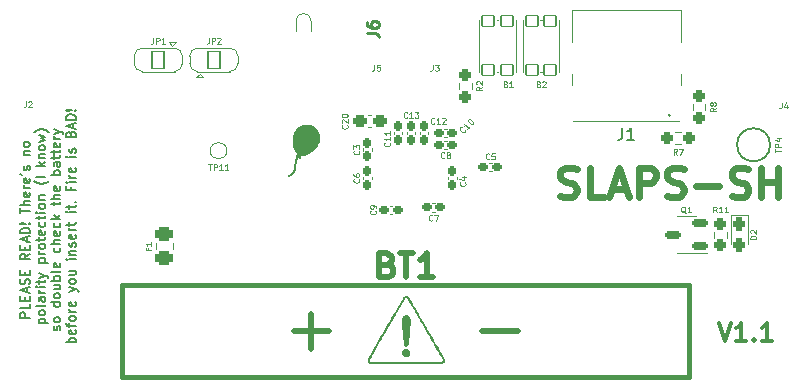
<source format=gto>
G04 #@! TF.GenerationSoftware,KiCad,Pcbnew,7.0.5-0*
G04 #@! TF.CreationDate,2023-10-09T15:45:39-04:00*
G04 #@! TF.ProjectId,SLAPS_Solar_Harvester,534c4150-535f-4536-9f6c-61725f486172,V1.1*
G04 #@! TF.SameCoordinates,Original*
G04 #@! TF.FileFunction,Legend,Top*
G04 #@! TF.FilePolarity,Positive*
%FSLAX46Y46*%
G04 Gerber Fmt 4.6, Leading zero omitted, Abs format (unit mm)*
G04 Created by KiCad (PCBNEW 7.0.5-0) date 2023-10-09 15:45:39*
%MOMM*%
%LPD*%
G01*
G04 APERTURE LIST*
G04 Aperture macros list*
%AMRoundRect*
0 Rectangle with rounded corners*
0 $1 Rounding radius*
0 $2 $3 $4 $5 $6 $7 $8 $9 X,Y pos of 4 corners*
0 Add a 4 corners polygon primitive as box body*
4,1,4,$2,$3,$4,$5,$6,$7,$8,$9,$2,$3,0*
0 Add four circle primitives for the rounded corners*
1,1,$1+$1,$2,$3*
1,1,$1+$1,$4,$5*
1,1,$1+$1,$6,$7*
1,1,$1+$1,$8,$9*
0 Add four rect primitives between the rounded corners*
20,1,$1+$1,$2,$3,$4,$5,0*
20,1,$1+$1,$4,$5,$6,$7,0*
20,1,$1+$1,$6,$7,$8,$9,0*
20,1,$1+$1,$8,$9,$2,$3,0*%
%AMFreePoly0*
4,1,35,0.585921,0.785921,0.600800,0.750000,0.600800,-0.750000,0.585921,-0.785921,0.550000,-0.800800,0.000000,-0.800800,-0.012286,-0.795711,-0.071157,-0.795711,-0.085469,-0.793653,-0.222020,-0.753558,-0.235173,-0.747552,-0.354895,-0.670611,-0.365822,-0.661142,-0.459019,-0.553587,-0.466836,-0.541423,-0.525955,-0.411969,-0.530029,-0.398096,-0.550283,-0.257230,-0.550800,-0.250000,-0.550800,0.250000,
-0.550283,0.257230,-0.530029,0.398096,-0.525955,0.411969,-0.466836,0.541423,-0.459019,0.553587,-0.365822,0.661142,-0.354895,0.670611,-0.235173,0.747552,-0.222020,0.753558,-0.085469,0.793653,-0.071157,0.795711,-0.012286,0.795711,0.000000,0.800800,0.550000,0.800800,0.585921,0.785921,0.585921,0.785921,$1*%
%AMFreePoly1*
4,1,35,0.012286,0.795711,0.071157,0.795711,0.085469,0.793653,0.222020,0.753558,0.235173,0.747552,0.354895,0.670611,0.365822,0.661142,0.459019,0.553587,0.466836,0.541423,0.525955,0.411969,0.530029,0.398096,0.550283,0.257230,0.550800,0.250000,0.550800,-0.250000,0.550283,-0.257230,0.530029,-0.398096,0.525955,-0.411969,0.466836,-0.541423,0.459019,-0.553587,0.365822,-0.661142,
0.354895,-0.670611,0.235173,-0.747552,0.222020,-0.753558,0.085469,-0.793653,0.071157,-0.795711,0.012286,-0.795711,0.000000,-0.800800,-0.550000,-0.800800,-0.585921,-0.785921,-0.600800,-0.750000,-0.600800,0.750000,-0.585921,0.785921,-0.550000,0.800800,0.000000,0.800800,0.012286,0.795711,0.012286,0.795711,$1*%
G04 Aperture macros list end*
%ADD10C,0.625000*%
%ADD11C,0.200000*%
%ADD12C,0.375000*%
%ADD13C,0.125000*%
%ADD14C,0.500000*%
%ADD15C,0.250000*%
%ADD16C,0.150000*%
%ADD17C,0.120000*%
%ADD18C,0.400000*%
%ADD19C,0.182463*%
%ADD20C,0.002645*%
%ADD21C,0.100000*%
%ADD22C,0.160000*%
%ADD23C,2.101600*%
%ADD24RoundRect,0.288300X-0.237500X0.250000X-0.237500X-0.250000X0.237500X-0.250000X0.237500X0.250000X0*%
%ADD25RoundRect,0.205800X0.212500X0.155000X-0.212500X0.155000X-0.212500X-0.155000X0.212500X-0.155000X0*%
%ADD26C,3.101600*%
%ADD27RoundRect,0.288300X0.300000X0.237500X-0.300000X0.237500X-0.300000X-0.237500X0.300000X-0.237500X0*%
%ADD28RoundRect,0.200800X0.512500X0.150000X-0.512500X0.150000X-0.512500X-0.150000X0.512500X-0.150000X0*%
%ADD29RoundRect,0.050800X-0.500000X0.450000X-0.500000X-0.450000X0.500000X-0.450000X0.500000X0.450000X0*%
%ADD30RoundRect,0.288300X0.237500X-0.250000X0.237500X0.250000X-0.237500X0.250000X-0.237500X-0.250000X0*%
%ADD31RoundRect,0.288300X-0.237500X0.287500X-0.237500X-0.287500X0.237500X-0.287500X0.237500X0.287500X0*%
%ADD32RoundRect,0.300800X0.450000X-0.325000X0.450000X0.325000X-0.450000X0.325000X-0.450000X-0.325000X0*%
%ADD33FreePoly0,180.000000*%
%ADD34RoundRect,0.050800X0.500000X0.750000X-0.500000X0.750000X-0.500000X-0.750000X0.500000X-0.750000X0*%
%ADD35FreePoly1,180.000000*%
%ADD36RoundRect,0.205800X-0.155000X0.212500X-0.155000X-0.212500X0.155000X-0.212500X0.155000X0.212500X0*%
%ADD37RoundRect,0.205800X0.155000X-0.212500X0.155000X0.212500X-0.155000X0.212500X-0.155000X-0.212500X0*%
%ADD38C,1.101600*%
%ADD39RoundRect,0.288300X-0.250000X-0.237500X0.250000X-0.237500X0.250000X0.237500X-0.250000X0.237500X0*%
%ADD40RoundRect,0.205800X-0.212500X-0.155000X0.212500X-0.155000X0.212500X0.155000X-0.212500X0.155000X0*%
%ADD41C,0.801600*%
%ADD42C,0.601600*%
%ADD43O,0.901600X1.601600*%
%ADD44RoundRect,0.050800X0.500000X-0.450000X0.500000X0.450000X-0.500000X0.450000X-0.500000X-0.450000X0*%
%ADD45C,0.771600*%
%ADD46O,1.001600X2.501600*%
%ADD47O,1.001600X1.801600*%
%ADD48FreePoly0,0.000000*%
%ADD49RoundRect,0.050800X-0.500000X-0.750000X0.500000X-0.750000X0.500000X0.750000X-0.500000X0.750000X0*%
%ADD50FreePoly1,0.000000*%
G04 APERTURE END LIST*
D10*
X169814286Y-106005000D02*
X170171429Y-106124047D01*
X170171429Y-106124047D02*
X170766667Y-106124047D01*
X170766667Y-106124047D02*
X171004762Y-106005000D01*
X171004762Y-106005000D02*
X171123810Y-105885952D01*
X171123810Y-105885952D02*
X171242857Y-105647857D01*
X171242857Y-105647857D02*
X171242857Y-105409761D01*
X171242857Y-105409761D02*
X171123810Y-105171666D01*
X171123810Y-105171666D02*
X171004762Y-105052619D01*
X171004762Y-105052619D02*
X170766667Y-104933571D01*
X170766667Y-104933571D02*
X170290476Y-104814523D01*
X170290476Y-104814523D02*
X170052381Y-104695476D01*
X170052381Y-104695476D02*
X169933334Y-104576428D01*
X169933334Y-104576428D02*
X169814286Y-104338333D01*
X169814286Y-104338333D02*
X169814286Y-104100238D01*
X169814286Y-104100238D02*
X169933334Y-103862142D01*
X169933334Y-103862142D02*
X170052381Y-103743095D01*
X170052381Y-103743095D02*
X170290476Y-103624047D01*
X170290476Y-103624047D02*
X170885715Y-103624047D01*
X170885715Y-103624047D02*
X171242857Y-103743095D01*
X173504762Y-106124047D02*
X172314286Y-106124047D01*
X172314286Y-106124047D02*
X172314286Y-103624047D01*
X174219048Y-105409761D02*
X175409524Y-105409761D01*
X173980953Y-106124047D02*
X174814286Y-103624047D01*
X174814286Y-103624047D02*
X175647619Y-106124047D01*
X176480953Y-106124047D02*
X176480953Y-103624047D01*
X176480953Y-103624047D02*
X177433334Y-103624047D01*
X177433334Y-103624047D02*
X177671429Y-103743095D01*
X177671429Y-103743095D02*
X177790476Y-103862142D01*
X177790476Y-103862142D02*
X177909524Y-104100238D01*
X177909524Y-104100238D02*
X177909524Y-104457380D01*
X177909524Y-104457380D02*
X177790476Y-104695476D01*
X177790476Y-104695476D02*
X177671429Y-104814523D01*
X177671429Y-104814523D02*
X177433334Y-104933571D01*
X177433334Y-104933571D02*
X176480953Y-104933571D01*
X178861905Y-106005000D02*
X179219048Y-106124047D01*
X179219048Y-106124047D02*
X179814286Y-106124047D01*
X179814286Y-106124047D02*
X180052381Y-106005000D01*
X180052381Y-106005000D02*
X180171429Y-105885952D01*
X180171429Y-105885952D02*
X180290476Y-105647857D01*
X180290476Y-105647857D02*
X180290476Y-105409761D01*
X180290476Y-105409761D02*
X180171429Y-105171666D01*
X180171429Y-105171666D02*
X180052381Y-105052619D01*
X180052381Y-105052619D02*
X179814286Y-104933571D01*
X179814286Y-104933571D02*
X179338095Y-104814523D01*
X179338095Y-104814523D02*
X179100000Y-104695476D01*
X179100000Y-104695476D02*
X178980953Y-104576428D01*
X178980953Y-104576428D02*
X178861905Y-104338333D01*
X178861905Y-104338333D02*
X178861905Y-104100238D01*
X178861905Y-104100238D02*
X178980953Y-103862142D01*
X178980953Y-103862142D02*
X179100000Y-103743095D01*
X179100000Y-103743095D02*
X179338095Y-103624047D01*
X179338095Y-103624047D02*
X179933334Y-103624047D01*
X179933334Y-103624047D02*
X180290476Y-103743095D01*
X181361905Y-105171666D02*
X183266667Y-105171666D01*
X184338095Y-106005000D02*
X184695238Y-106124047D01*
X184695238Y-106124047D02*
X185290476Y-106124047D01*
X185290476Y-106124047D02*
X185528571Y-106005000D01*
X185528571Y-106005000D02*
X185647619Y-105885952D01*
X185647619Y-105885952D02*
X185766666Y-105647857D01*
X185766666Y-105647857D02*
X185766666Y-105409761D01*
X185766666Y-105409761D02*
X185647619Y-105171666D01*
X185647619Y-105171666D02*
X185528571Y-105052619D01*
X185528571Y-105052619D02*
X185290476Y-104933571D01*
X185290476Y-104933571D02*
X184814285Y-104814523D01*
X184814285Y-104814523D02*
X184576190Y-104695476D01*
X184576190Y-104695476D02*
X184457143Y-104576428D01*
X184457143Y-104576428D02*
X184338095Y-104338333D01*
X184338095Y-104338333D02*
X184338095Y-104100238D01*
X184338095Y-104100238D02*
X184457143Y-103862142D01*
X184457143Y-103862142D02*
X184576190Y-103743095D01*
X184576190Y-103743095D02*
X184814285Y-103624047D01*
X184814285Y-103624047D02*
X185409524Y-103624047D01*
X185409524Y-103624047D02*
X185766666Y-103743095D01*
X186838095Y-106124047D02*
X186838095Y-103624047D01*
X186838095Y-104814523D02*
X188266666Y-104814523D01*
X188266666Y-106124047D02*
X188266666Y-103624047D01*
D11*
X124927695Y-116333333D02*
X124127695Y-116333333D01*
X124127695Y-116333333D02*
X124127695Y-116028571D01*
X124127695Y-116028571D02*
X124165790Y-115952381D01*
X124165790Y-115952381D02*
X124203885Y-115914286D01*
X124203885Y-115914286D02*
X124280076Y-115876190D01*
X124280076Y-115876190D02*
X124394361Y-115876190D01*
X124394361Y-115876190D02*
X124470552Y-115914286D01*
X124470552Y-115914286D02*
X124508647Y-115952381D01*
X124508647Y-115952381D02*
X124546742Y-116028571D01*
X124546742Y-116028571D02*
X124546742Y-116333333D01*
X124927695Y-115152381D02*
X124927695Y-115533333D01*
X124927695Y-115533333D02*
X124127695Y-115533333D01*
X124508647Y-114885714D02*
X124508647Y-114619048D01*
X124927695Y-114504762D02*
X124927695Y-114885714D01*
X124927695Y-114885714D02*
X124127695Y-114885714D01*
X124127695Y-114885714D02*
X124127695Y-114504762D01*
X124699123Y-114200000D02*
X124699123Y-113819047D01*
X124927695Y-114276190D02*
X124127695Y-114009523D01*
X124127695Y-114009523D02*
X124927695Y-113742857D01*
X124889600Y-113514286D02*
X124927695Y-113400000D01*
X124927695Y-113400000D02*
X124927695Y-113209524D01*
X124927695Y-113209524D02*
X124889600Y-113133333D01*
X124889600Y-113133333D02*
X124851504Y-113095238D01*
X124851504Y-113095238D02*
X124775314Y-113057143D01*
X124775314Y-113057143D02*
X124699123Y-113057143D01*
X124699123Y-113057143D02*
X124622933Y-113095238D01*
X124622933Y-113095238D02*
X124584838Y-113133333D01*
X124584838Y-113133333D02*
X124546742Y-113209524D01*
X124546742Y-113209524D02*
X124508647Y-113361905D01*
X124508647Y-113361905D02*
X124470552Y-113438095D01*
X124470552Y-113438095D02*
X124432457Y-113476190D01*
X124432457Y-113476190D02*
X124356266Y-113514286D01*
X124356266Y-113514286D02*
X124280076Y-113514286D01*
X124280076Y-113514286D02*
X124203885Y-113476190D01*
X124203885Y-113476190D02*
X124165790Y-113438095D01*
X124165790Y-113438095D02*
X124127695Y-113361905D01*
X124127695Y-113361905D02*
X124127695Y-113171428D01*
X124127695Y-113171428D02*
X124165790Y-113057143D01*
X124508647Y-112714285D02*
X124508647Y-112447619D01*
X124927695Y-112333333D02*
X124927695Y-112714285D01*
X124927695Y-112714285D02*
X124127695Y-112714285D01*
X124127695Y-112714285D02*
X124127695Y-112333333D01*
X124927695Y-110923808D02*
X124546742Y-111190475D01*
X124927695Y-111380951D02*
X124127695Y-111380951D01*
X124127695Y-111380951D02*
X124127695Y-111076189D01*
X124127695Y-111076189D02*
X124165790Y-110999999D01*
X124165790Y-110999999D02*
X124203885Y-110961904D01*
X124203885Y-110961904D02*
X124280076Y-110923808D01*
X124280076Y-110923808D02*
X124394361Y-110923808D01*
X124394361Y-110923808D02*
X124470552Y-110961904D01*
X124470552Y-110961904D02*
X124508647Y-110999999D01*
X124508647Y-110999999D02*
X124546742Y-111076189D01*
X124546742Y-111076189D02*
X124546742Y-111380951D01*
X124508647Y-110580951D02*
X124508647Y-110314285D01*
X124927695Y-110199999D02*
X124927695Y-110580951D01*
X124927695Y-110580951D02*
X124127695Y-110580951D01*
X124127695Y-110580951D02*
X124127695Y-110199999D01*
X124699123Y-109895237D02*
X124699123Y-109514284D01*
X124927695Y-109971427D02*
X124127695Y-109704760D01*
X124127695Y-109704760D02*
X124927695Y-109438094D01*
X124927695Y-109171427D02*
X124127695Y-109171427D01*
X124127695Y-109171427D02*
X124127695Y-108980951D01*
X124127695Y-108980951D02*
X124165790Y-108866665D01*
X124165790Y-108866665D02*
X124241980Y-108790475D01*
X124241980Y-108790475D02*
X124318171Y-108752380D01*
X124318171Y-108752380D02*
X124470552Y-108714284D01*
X124470552Y-108714284D02*
X124584838Y-108714284D01*
X124584838Y-108714284D02*
X124737219Y-108752380D01*
X124737219Y-108752380D02*
X124813409Y-108790475D01*
X124813409Y-108790475D02*
X124889600Y-108866665D01*
X124889600Y-108866665D02*
X124927695Y-108980951D01*
X124927695Y-108980951D02*
X124927695Y-109171427D01*
X124851504Y-108371427D02*
X124889600Y-108333332D01*
X124889600Y-108333332D02*
X124927695Y-108371427D01*
X124927695Y-108371427D02*
X124889600Y-108409523D01*
X124889600Y-108409523D02*
X124851504Y-108371427D01*
X124851504Y-108371427D02*
X124927695Y-108371427D01*
X124622933Y-108371427D02*
X124165790Y-108409523D01*
X124165790Y-108409523D02*
X124127695Y-108371427D01*
X124127695Y-108371427D02*
X124165790Y-108333332D01*
X124165790Y-108333332D02*
X124622933Y-108371427D01*
X124622933Y-108371427D02*
X124127695Y-108371427D01*
X124127695Y-107495237D02*
X124127695Y-107038094D01*
X124927695Y-107266666D02*
X124127695Y-107266666D01*
X124927695Y-106771427D02*
X124127695Y-106771427D01*
X124927695Y-106428570D02*
X124508647Y-106428570D01*
X124508647Y-106428570D02*
X124432457Y-106466665D01*
X124432457Y-106466665D02*
X124394361Y-106542856D01*
X124394361Y-106542856D02*
X124394361Y-106657142D01*
X124394361Y-106657142D02*
X124432457Y-106733332D01*
X124432457Y-106733332D02*
X124470552Y-106771427D01*
X124889600Y-105742855D02*
X124927695Y-105819046D01*
X124927695Y-105819046D02*
X124927695Y-105971427D01*
X124927695Y-105971427D02*
X124889600Y-106047617D01*
X124889600Y-106047617D02*
X124813409Y-106085713D01*
X124813409Y-106085713D02*
X124508647Y-106085713D01*
X124508647Y-106085713D02*
X124432457Y-106047617D01*
X124432457Y-106047617D02*
X124394361Y-105971427D01*
X124394361Y-105971427D02*
X124394361Y-105819046D01*
X124394361Y-105819046D02*
X124432457Y-105742855D01*
X124432457Y-105742855D02*
X124508647Y-105704760D01*
X124508647Y-105704760D02*
X124584838Y-105704760D01*
X124584838Y-105704760D02*
X124661028Y-106085713D01*
X124927695Y-105361903D02*
X124394361Y-105361903D01*
X124546742Y-105361903D02*
X124470552Y-105323808D01*
X124470552Y-105323808D02*
X124432457Y-105285713D01*
X124432457Y-105285713D02*
X124394361Y-105209522D01*
X124394361Y-105209522D02*
X124394361Y-105133332D01*
X124889600Y-104561903D02*
X124927695Y-104638094D01*
X124927695Y-104638094D02*
X124927695Y-104790475D01*
X124927695Y-104790475D02*
X124889600Y-104866665D01*
X124889600Y-104866665D02*
X124813409Y-104904761D01*
X124813409Y-104904761D02*
X124508647Y-104904761D01*
X124508647Y-104904761D02*
X124432457Y-104866665D01*
X124432457Y-104866665D02*
X124394361Y-104790475D01*
X124394361Y-104790475D02*
X124394361Y-104638094D01*
X124394361Y-104638094D02*
X124432457Y-104561903D01*
X124432457Y-104561903D02*
X124508647Y-104523808D01*
X124508647Y-104523808D02*
X124584838Y-104523808D01*
X124584838Y-104523808D02*
X124661028Y-104904761D01*
X124127695Y-104142856D02*
X124280076Y-104219047D01*
X124889600Y-103838095D02*
X124927695Y-103761904D01*
X124927695Y-103761904D02*
X124927695Y-103609523D01*
X124927695Y-103609523D02*
X124889600Y-103533333D01*
X124889600Y-103533333D02*
X124813409Y-103495237D01*
X124813409Y-103495237D02*
X124775314Y-103495237D01*
X124775314Y-103495237D02*
X124699123Y-103533333D01*
X124699123Y-103533333D02*
X124661028Y-103609523D01*
X124661028Y-103609523D02*
X124661028Y-103723809D01*
X124661028Y-103723809D02*
X124622933Y-103799999D01*
X124622933Y-103799999D02*
X124546742Y-103838095D01*
X124546742Y-103838095D02*
X124508647Y-103838095D01*
X124508647Y-103838095D02*
X124432457Y-103799999D01*
X124432457Y-103799999D02*
X124394361Y-103723809D01*
X124394361Y-103723809D02*
X124394361Y-103609523D01*
X124394361Y-103609523D02*
X124432457Y-103533333D01*
X124394361Y-102542856D02*
X124927695Y-102542856D01*
X124470552Y-102542856D02*
X124432457Y-102504761D01*
X124432457Y-102504761D02*
X124394361Y-102428571D01*
X124394361Y-102428571D02*
X124394361Y-102314285D01*
X124394361Y-102314285D02*
X124432457Y-102238094D01*
X124432457Y-102238094D02*
X124508647Y-102199999D01*
X124508647Y-102199999D02*
X124927695Y-102199999D01*
X124927695Y-101704761D02*
X124889600Y-101780951D01*
X124889600Y-101780951D02*
X124851504Y-101819046D01*
X124851504Y-101819046D02*
X124775314Y-101857142D01*
X124775314Y-101857142D02*
X124546742Y-101857142D01*
X124546742Y-101857142D02*
X124470552Y-101819046D01*
X124470552Y-101819046D02*
X124432457Y-101780951D01*
X124432457Y-101780951D02*
X124394361Y-101704761D01*
X124394361Y-101704761D02*
X124394361Y-101590475D01*
X124394361Y-101590475D02*
X124432457Y-101514284D01*
X124432457Y-101514284D02*
X124470552Y-101476189D01*
X124470552Y-101476189D02*
X124546742Y-101438094D01*
X124546742Y-101438094D02*
X124775314Y-101438094D01*
X124775314Y-101438094D02*
X124851504Y-101476189D01*
X124851504Y-101476189D02*
X124889600Y-101514284D01*
X124889600Y-101514284D02*
X124927695Y-101590475D01*
X124927695Y-101590475D02*
X124927695Y-101704761D01*
X125682361Y-116809524D02*
X126482361Y-116809524D01*
X125720457Y-116809524D02*
X125682361Y-116733334D01*
X125682361Y-116733334D02*
X125682361Y-116580953D01*
X125682361Y-116580953D02*
X125720457Y-116504762D01*
X125720457Y-116504762D02*
X125758552Y-116466667D01*
X125758552Y-116466667D02*
X125834742Y-116428572D01*
X125834742Y-116428572D02*
X126063314Y-116428572D01*
X126063314Y-116428572D02*
X126139504Y-116466667D01*
X126139504Y-116466667D02*
X126177600Y-116504762D01*
X126177600Y-116504762D02*
X126215695Y-116580953D01*
X126215695Y-116580953D02*
X126215695Y-116733334D01*
X126215695Y-116733334D02*
X126177600Y-116809524D01*
X126215695Y-115971429D02*
X126177600Y-116047619D01*
X126177600Y-116047619D02*
X126139504Y-116085714D01*
X126139504Y-116085714D02*
X126063314Y-116123810D01*
X126063314Y-116123810D02*
X125834742Y-116123810D01*
X125834742Y-116123810D02*
X125758552Y-116085714D01*
X125758552Y-116085714D02*
X125720457Y-116047619D01*
X125720457Y-116047619D02*
X125682361Y-115971429D01*
X125682361Y-115971429D02*
X125682361Y-115857143D01*
X125682361Y-115857143D02*
X125720457Y-115780952D01*
X125720457Y-115780952D02*
X125758552Y-115742857D01*
X125758552Y-115742857D02*
X125834742Y-115704762D01*
X125834742Y-115704762D02*
X126063314Y-115704762D01*
X126063314Y-115704762D02*
X126139504Y-115742857D01*
X126139504Y-115742857D02*
X126177600Y-115780952D01*
X126177600Y-115780952D02*
X126215695Y-115857143D01*
X126215695Y-115857143D02*
X126215695Y-115971429D01*
X126215695Y-115247619D02*
X126177600Y-115323809D01*
X126177600Y-115323809D02*
X126101409Y-115361904D01*
X126101409Y-115361904D02*
X125415695Y-115361904D01*
X126215695Y-114599999D02*
X125796647Y-114599999D01*
X125796647Y-114599999D02*
X125720457Y-114638094D01*
X125720457Y-114638094D02*
X125682361Y-114714285D01*
X125682361Y-114714285D02*
X125682361Y-114866666D01*
X125682361Y-114866666D02*
X125720457Y-114942856D01*
X126177600Y-114599999D02*
X126215695Y-114676190D01*
X126215695Y-114676190D02*
X126215695Y-114866666D01*
X126215695Y-114866666D02*
X126177600Y-114942856D01*
X126177600Y-114942856D02*
X126101409Y-114980952D01*
X126101409Y-114980952D02*
X126025219Y-114980952D01*
X126025219Y-114980952D02*
X125949028Y-114942856D01*
X125949028Y-114942856D02*
X125910933Y-114866666D01*
X125910933Y-114866666D02*
X125910933Y-114676190D01*
X125910933Y-114676190D02*
X125872838Y-114599999D01*
X126215695Y-114219046D02*
X125682361Y-114219046D01*
X125834742Y-114219046D02*
X125758552Y-114180951D01*
X125758552Y-114180951D02*
X125720457Y-114142856D01*
X125720457Y-114142856D02*
X125682361Y-114066665D01*
X125682361Y-114066665D02*
X125682361Y-113990475D01*
X126215695Y-113723808D02*
X125682361Y-113723808D01*
X125415695Y-113723808D02*
X125453790Y-113761904D01*
X125453790Y-113761904D02*
X125491885Y-113723808D01*
X125491885Y-113723808D02*
X125453790Y-113685713D01*
X125453790Y-113685713D02*
X125415695Y-113723808D01*
X125415695Y-113723808D02*
X125491885Y-113723808D01*
X125682361Y-113457142D02*
X125682361Y-113152380D01*
X125415695Y-113342856D02*
X126101409Y-113342856D01*
X126101409Y-113342856D02*
X126177600Y-113304761D01*
X126177600Y-113304761D02*
X126215695Y-113228571D01*
X126215695Y-113228571D02*
X126215695Y-113152380D01*
X125682361Y-112961904D02*
X126215695Y-112771428D01*
X125682361Y-112580951D02*
X126215695Y-112771428D01*
X126215695Y-112771428D02*
X126406171Y-112847618D01*
X126406171Y-112847618D02*
X126444266Y-112885713D01*
X126444266Y-112885713D02*
X126482361Y-112961904D01*
X125682361Y-111666665D02*
X126482361Y-111666665D01*
X125720457Y-111666665D02*
X125682361Y-111590475D01*
X125682361Y-111590475D02*
X125682361Y-111438094D01*
X125682361Y-111438094D02*
X125720457Y-111361903D01*
X125720457Y-111361903D02*
X125758552Y-111323808D01*
X125758552Y-111323808D02*
X125834742Y-111285713D01*
X125834742Y-111285713D02*
X126063314Y-111285713D01*
X126063314Y-111285713D02*
X126139504Y-111323808D01*
X126139504Y-111323808D02*
X126177600Y-111361903D01*
X126177600Y-111361903D02*
X126215695Y-111438094D01*
X126215695Y-111438094D02*
X126215695Y-111590475D01*
X126215695Y-111590475D02*
X126177600Y-111666665D01*
X126215695Y-110942855D02*
X125682361Y-110942855D01*
X125834742Y-110942855D02*
X125758552Y-110904760D01*
X125758552Y-110904760D02*
X125720457Y-110866665D01*
X125720457Y-110866665D02*
X125682361Y-110790474D01*
X125682361Y-110790474D02*
X125682361Y-110714284D01*
X126215695Y-110333332D02*
X126177600Y-110409522D01*
X126177600Y-110409522D02*
X126139504Y-110447617D01*
X126139504Y-110447617D02*
X126063314Y-110485713D01*
X126063314Y-110485713D02*
X125834742Y-110485713D01*
X125834742Y-110485713D02*
X125758552Y-110447617D01*
X125758552Y-110447617D02*
X125720457Y-110409522D01*
X125720457Y-110409522D02*
X125682361Y-110333332D01*
X125682361Y-110333332D02*
X125682361Y-110219046D01*
X125682361Y-110219046D02*
X125720457Y-110142855D01*
X125720457Y-110142855D02*
X125758552Y-110104760D01*
X125758552Y-110104760D02*
X125834742Y-110066665D01*
X125834742Y-110066665D02*
X126063314Y-110066665D01*
X126063314Y-110066665D02*
X126139504Y-110104760D01*
X126139504Y-110104760D02*
X126177600Y-110142855D01*
X126177600Y-110142855D02*
X126215695Y-110219046D01*
X126215695Y-110219046D02*
X126215695Y-110333332D01*
X125682361Y-109838093D02*
X125682361Y-109533331D01*
X125415695Y-109723807D02*
X126101409Y-109723807D01*
X126101409Y-109723807D02*
X126177600Y-109685712D01*
X126177600Y-109685712D02*
X126215695Y-109609522D01*
X126215695Y-109609522D02*
X126215695Y-109533331D01*
X126177600Y-108961902D02*
X126215695Y-109038093D01*
X126215695Y-109038093D02*
X126215695Y-109190474D01*
X126215695Y-109190474D02*
X126177600Y-109266664D01*
X126177600Y-109266664D02*
X126101409Y-109304760D01*
X126101409Y-109304760D02*
X125796647Y-109304760D01*
X125796647Y-109304760D02*
X125720457Y-109266664D01*
X125720457Y-109266664D02*
X125682361Y-109190474D01*
X125682361Y-109190474D02*
X125682361Y-109038093D01*
X125682361Y-109038093D02*
X125720457Y-108961902D01*
X125720457Y-108961902D02*
X125796647Y-108923807D01*
X125796647Y-108923807D02*
X125872838Y-108923807D01*
X125872838Y-108923807D02*
X125949028Y-109304760D01*
X126177600Y-108238093D02*
X126215695Y-108314284D01*
X126215695Y-108314284D02*
X126215695Y-108466665D01*
X126215695Y-108466665D02*
X126177600Y-108542855D01*
X126177600Y-108542855D02*
X126139504Y-108580950D01*
X126139504Y-108580950D02*
X126063314Y-108619046D01*
X126063314Y-108619046D02*
X125834742Y-108619046D01*
X125834742Y-108619046D02*
X125758552Y-108580950D01*
X125758552Y-108580950D02*
X125720457Y-108542855D01*
X125720457Y-108542855D02*
X125682361Y-108466665D01*
X125682361Y-108466665D02*
X125682361Y-108314284D01*
X125682361Y-108314284D02*
X125720457Y-108238093D01*
X125682361Y-108009522D02*
X125682361Y-107704760D01*
X125415695Y-107895236D02*
X126101409Y-107895236D01*
X126101409Y-107895236D02*
X126177600Y-107857141D01*
X126177600Y-107857141D02*
X126215695Y-107780951D01*
X126215695Y-107780951D02*
X126215695Y-107704760D01*
X126215695Y-107438093D02*
X125682361Y-107438093D01*
X125415695Y-107438093D02*
X125453790Y-107476189D01*
X125453790Y-107476189D02*
X125491885Y-107438093D01*
X125491885Y-107438093D02*
X125453790Y-107399998D01*
X125453790Y-107399998D02*
X125415695Y-107438093D01*
X125415695Y-107438093D02*
X125491885Y-107438093D01*
X126215695Y-106942856D02*
X126177600Y-107019046D01*
X126177600Y-107019046D02*
X126139504Y-107057141D01*
X126139504Y-107057141D02*
X126063314Y-107095237D01*
X126063314Y-107095237D02*
X125834742Y-107095237D01*
X125834742Y-107095237D02*
X125758552Y-107057141D01*
X125758552Y-107057141D02*
X125720457Y-107019046D01*
X125720457Y-107019046D02*
X125682361Y-106942856D01*
X125682361Y-106942856D02*
X125682361Y-106828570D01*
X125682361Y-106828570D02*
X125720457Y-106752379D01*
X125720457Y-106752379D02*
X125758552Y-106714284D01*
X125758552Y-106714284D02*
X125834742Y-106676189D01*
X125834742Y-106676189D02*
X126063314Y-106676189D01*
X126063314Y-106676189D02*
X126139504Y-106714284D01*
X126139504Y-106714284D02*
X126177600Y-106752379D01*
X126177600Y-106752379D02*
X126215695Y-106828570D01*
X126215695Y-106828570D02*
X126215695Y-106942856D01*
X125682361Y-106333331D02*
X126215695Y-106333331D01*
X125758552Y-106333331D02*
X125720457Y-106295236D01*
X125720457Y-106295236D02*
X125682361Y-106219046D01*
X125682361Y-106219046D02*
X125682361Y-106104760D01*
X125682361Y-106104760D02*
X125720457Y-106028569D01*
X125720457Y-106028569D02*
X125796647Y-105990474D01*
X125796647Y-105990474D02*
X126215695Y-105990474D01*
X126520457Y-104771426D02*
X126482361Y-104809521D01*
X126482361Y-104809521D02*
X126368076Y-104885712D01*
X126368076Y-104885712D02*
X126291885Y-104923807D01*
X126291885Y-104923807D02*
X126177600Y-104961902D01*
X126177600Y-104961902D02*
X125987123Y-104999997D01*
X125987123Y-104999997D02*
X125834742Y-104999997D01*
X125834742Y-104999997D02*
X125644266Y-104961902D01*
X125644266Y-104961902D02*
X125529980Y-104923807D01*
X125529980Y-104923807D02*
X125453790Y-104885712D01*
X125453790Y-104885712D02*
X125339504Y-104809521D01*
X125339504Y-104809521D02*
X125301409Y-104771426D01*
X126215695Y-104466664D02*
X125415695Y-104466664D01*
X126215695Y-103476188D02*
X125415695Y-103476188D01*
X125910933Y-103399998D02*
X126215695Y-103171426D01*
X125682361Y-103171426D02*
X125987123Y-103476188D01*
X125682361Y-102828569D02*
X126215695Y-102828569D01*
X125758552Y-102828569D02*
X125720457Y-102790474D01*
X125720457Y-102790474D02*
X125682361Y-102714284D01*
X125682361Y-102714284D02*
X125682361Y-102599998D01*
X125682361Y-102599998D02*
X125720457Y-102523807D01*
X125720457Y-102523807D02*
X125796647Y-102485712D01*
X125796647Y-102485712D02*
X126215695Y-102485712D01*
X126215695Y-101990474D02*
X126177600Y-102066664D01*
X126177600Y-102066664D02*
X126139504Y-102104759D01*
X126139504Y-102104759D02*
X126063314Y-102142855D01*
X126063314Y-102142855D02*
X125834742Y-102142855D01*
X125834742Y-102142855D02*
X125758552Y-102104759D01*
X125758552Y-102104759D02*
X125720457Y-102066664D01*
X125720457Y-102066664D02*
X125682361Y-101990474D01*
X125682361Y-101990474D02*
X125682361Y-101876188D01*
X125682361Y-101876188D02*
X125720457Y-101799997D01*
X125720457Y-101799997D02*
X125758552Y-101761902D01*
X125758552Y-101761902D02*
X125834742Y-101723807D01*
X125834742Y-101723807D02*
X126063314Y-101723807D01*
X126063314Y-101723807D02*
X126139504Y-101761902D01*
X126139504Y-101761902D02*
X126177600Y-101799997D01*
X126177600Y-101799997D02*
X126215695Y-101876188D01*
X126215695Y-101876188D02*
X126215695Y-101990474D01*
X125682361Y-101457140D02*
X126215695Y-101304759D01*
X126215695Y-101304759D02*
X125834742Y-101152378D01*
X125834742Y-101152378D02*
X126215695Y-100999997D01*
X126215695Y-100999997D02*
X125682361Y-100847616D01*
X126520457Y-100619045D02*
X126482361Y-100580950D01*
X126482361Y-100580950D02*
X126368076Y-100504759D01*
X126368076Y-100504759D02*
X126291885Y-100466664D01*
X126291885Y-100466664D02*
X126177600Y-100428569D01*
X126177600Y-100428569D02*
X125987123Y-100390473D01*
X125987123Y-100390473D02*
X125834742Y-100390473D01*
X125834742Y-100390473D02*
X125644266Y-100428569D01*
X125644266Y-100428569D02*
X125529980Y-100466664D01*
X125529980Y-100466664D02*
X125453790Y-100504759D01*
X125453790Y-100504759D02*
X125339504Y-100580950D01*
X125339504Y-100580950D02*
X125301409Y-100619045D01*
X127465600Y-117380954D02*
X127503695Y-117304763D01*
X127503695Y-117304763D02*
X127503695Y-117152382D01*
X127503695Y-117152382D02*
X127465600Y-117076192D01*
X127465600Y-117076192D02*
X127389409Y-117038096D01*
X127389409Y-117038096D02*
X127351314Y-117038096D01*
X127351314Y-117038096D02*
X127275123Y-117076192D01*
X127275123Y-117076192D02*
X127237028Y-117152382D01*
X127237028Y-117152382D02*
X127237028Y-117266668D01*
X127237028Y-117266668D02*
X127198933Y-117342858D01*
X127198933Y-117342858D02*
X127122742Y-117380954D01*
X127122742Y-117380954D02*
X127084647Y-117380954D01*
X127084647Y-117380954D02*
X127008457Y-117342858D01*
X127008457Y-117342858D02*
X126970361Y-117266668D01*
X126970361Y-117266668D02*
X126970361Y-117152382D01*
X126970361Y-117152382D02*
X127008457Y-117076192D01*
X127503695Y-116580954D02*
X127465600Y-116657144D01*
X127465600Y-116657144D02*
X127427504Y-116695239D01*
X127427504Y-116695239D02*
X127351314Y-116733335D01*
X127351314Y-116733335D02*
X127122742Y-116733335D01*
X127122742Y-116733335D02*
X127046552Y-116695239D01*
X127046552Y-116695239D02*
X127008457Y-116657144D01*
X127008457Y-116657144D02*
X126970361Y-116580954D01*
X126970361Y-116580954D02*
X126970361Y-116466668D01*
X126970361Y-116466668D02*
X127008457Y-116390477D01*
X127008457Y-116390477D02*
X127046552Y-116352382D01*
X127046552Y-116352382D02*
X127122742Y-116314287D01*
X127122742Y-116314287D02*
X127351314Y-116314287D01*
X127351314Y-116314287D02*
X127427504Y-116352382D01*
X127427504Y-116352382D02*
X127465600Y-116390477D01*
X127465600Y-116390477D02*
X127503695Y-116466668D01*
X127503695Y-116466668D02*
X127503695Y-116580954D01*
X127503695Y-115019048D02*
X126703695Y-115019048D01*
X127465600Y-115019048D02*
X127503695Y-115095239D01*
X127503695Y-115095239D02*
X127503695Y-115247620D01*
X127503695Y-115247620D02*
X127465600Y-115323810D01*
X127465600Y-115323810D02*
X127427504Y-115361905D01*
X127427504Y-115361905D02*
X127351314Y-115400001D01*
X127351314Y-115400001D02*
X127122742Y-115400001D01*
X127122742Y-115400001D02*
X127046552Y-115361905D01*
X127046552Y-115361905D02*
X127008457Y-115323810D01*
X127008457Y-115323810D02*
X126970361Y-115247620D01*
X126970361Y-115247620D02*
X126970361Y-115095239D01*
X126970361Y-115095239D02*
X127008457Y-115019048D01*
X127503695Y-114523810D02*
X127465600Y-114600000D01*
X127465600Y-114600000D02*
X127427504Y-114638095D01*
X127427504Y-114638095D02*
X127351314Y-114676191D01*
X127351314Y-114676191D02*
X127122742Y-114676191D01*
X127122742Y-114676191D02*
X127046552Y-114638095D01*
X127046552Y-114638095D02*
X127008457Y-114600000D01*
X127008457Y-114600000D02*
X126970361Y-114523810D01*
X126970361Y-114523810D02*
X126970361Y-114409524D01*
X126970361Y-114409524D02*
X127008457Y-114333333D01*
X127008457Y-114333333D02*
X127046552Y-114295238D01*
X127046552Y-114295238D02*
X127122742Y-114257143D01*
X127122742Y-114257143D02*
X127351314Y-114257143D01*
X127351314Y-114257143D02*
X127427504Y-114295238D01*
X127427504Y-114295238D02*
X127465600Y-114333333D01*
X127465600Y-114333333D02*
X127503695Y-114409524D01*
X127503695Y-114409524D02*
X127503695Y-114523810D01*
X126970361Y-113571428D02*
X127503695Y-113571428D01*
X126970361Y-113914285D02*
X127389409Y-113914285D01*
X127389409Y-113914285D02*
X127465600Y-113876190D01*
X127465600Y-113876190D02*
X127503695Y-113800000D01*
X127503695Y-113800000D02*
X127503695Y-113685714D01*
X127503695Y-113685714D02*
X127465600Y-113609523D01*
X127465600Y-113609523D02*
X127427504Y-113571428D01*
X127503695Y-113190475D02*
X126703695Y-113190475D01*
X127008457Y-113190475D02*
X126970361Y-113114285D01*
X126970361Y-113114285D02*
X126970361Y-112961904D01*
X126970361Y-112961904D02*
X127008457Y-112885713D01*
X127008457Y-112885713D02*
X127046552Y-112847618D01*
X127046552Y-112847618D02*
X127122742Y-112809523D01*
X127122742Y-112809523D02*
X127351314Y-112809523D01*
X127351314Y-112809523D02*
X127427504Y-112847618D01*
X127427504Y-112847618D02*
X127465600Y-112885713D01*
X127465600Y-112885713D02*
X127503695Y-112961904D01*
X127503695Y-112961904D02*
X127503695Y-113114285D01*
X127503695Y-113114285D02*
X127465600Y-113190475D01*
X127503695Y-112352380D02*
X127465600Y-112428570D01*
X127465600Y-112428570D02*
X127389409Y-112466665D01*
X127389409Y-112466665D02*
X126703695Y-112466665D01*
X127465600Y-111742855D02*
X127503695Y-111819046D01*
X127503695Y-111819046D02*
X127503695Y-111971427D01*
X127503695Y-111971427D02*
X127465600Y-112047617D01*
X127465600Y-112047617D02*
X127389409Y-112085713D01*
X127389409Y-112085713D02*
X127084647Y-112085713D01*
X127084647Y-112085713D02*
X127008457Y-112047617D01*
X127008457Y-112047617D02*
X126970361Y-111971427D01*
X126970361Y-111971427D02*
X126970361Y-111819046D01*
X126970361Y-111819046D02*
X127008457Y-111742855D01*
X127008457Y-111742855D02*
X127084647Y-111704760D01*
X127084647Y-111704760D02*
X127160838Y-111704760D01*
X127160838Y-111704760D02*
X127237028Y-112085713D01*
X127465600Y-110409522D02*
X127503695Y-110485713D01*
X127503695Y-110485713D02*
X127503695Y-110638094D01*
X127503695Y-110638094D02*
X127465600Y-110714284D01*
X127465600Y-110714284D02*
X127427504Y-110752379D01*
X127427504Y-110752379D02*
X127351314Y-110790475D01*
X127351314Y-110790475D02*
X127122742Y-110790475D01*
X127122742Y-110790475D02*
X127046552Y-110752379D01*
X127046552Y-110752379D02*
X127008457Y-110714284D01*
X127008457Y-110714284D02*
X126970361Y-110638094D01*
X126970361Y-110638094D02*
X126970361Y-110485713D01*
X126970361Y-110485713D02*
X127008457Y-110409522D01*
X127503695Y-110066665D02*
X126703695Y-110066665D01*
X127503695Y-109723808D02*
X127084647Y-109723808D01*
X127084647Y-109723808D02*
X127008457Y-109761903D01*
X127008457Y-109761903D02*
X126970361Y-109838094D01*
X126970361Y-109838094D02*
X126970361Y-109952380D01*
X126970361Y-109952380D02*
X127008457Y-110028570D01*
X127008457Y-110028570D02*
X127046552Y-110066665D01*
X127465600Y-109038093D02*
X127503695Y-109114284D01*
X127503695Y-109114284D02*
X127503695Y-109266665D01*
X127503695Y-109266665D02*
X127465600Y-109342855D01*
X127465600Y-109342855D02*
X127389409Y-109380951D01*
X127389409Y-109380951D02*
X127084647Y-109380951D01*
X127084647Y-109380951D02*
X127008457Y-109342855D01*
X127008457Y-109342855D02*
X126970361Y-109266665D01*
X126970361Y-109266665D02*
X126970361Y-109114284D01*
X126970361Y-109114284D02*
X127008457Y-109038093D01*
X127008457Y-109038093D02*
X127084647Y-108999998D01*
X127084647Y-108999998D02*
X127160838Y-108999998D01*
X127160838Y-108999998D02*
X127237028Y-109380951D01*
X127465600Y-108314284D02*
X127503695Y-108390475D01*
X127503695Y-108390475D02*
X127503695Y-108542856D01*
X127503695Y-108542856D02*
X127465600Y-108619046D01*
X127465600Y-108619046D02*
X127427504Y-108657141D01*
X127427504Y-108657141D02*
X127351314Y-108695237D01*
X127351314Y-108695237D02*
X127122742Y-108695237D01*
X127122742Y-108695237D02*
X127046552Y-108657141D01*
X127046552Y-108657141D02*
X127008457Y-108619046D01*
X127008457Y-108619046D02*
X126970361Y-108542856D01*
X126970361Y-108542856D02*
X126970361Y-108390475D01*
X126970361Y-108390475D02*
X127008457Y-108314284D01*
X127503695Y-107971427D02*
X126703695Y-107971427D01*
X127198933Y-107895237D02*
X127503695Y-107666665D01*
X126970361Y-107666665D02*
X127275123Y-107971427D01*
X126970361Y-106828570D02*
X126970361Y-106523808D01*
X126703695Y-106714284D02*
X127389409Y-106714284D01*
X127389409Y-106714284D02*
X127465600Y-106676189D01*
X127465600Y-106676189D02*
X127503695Y-106599999D01*
X127503695Y-106599999D02*
X127503695Y-106523808D01*
X127503695Y-106257141D02*
X126703695Y-106257141D01*
X127503695Y-105914284D02*
X127084647Y-105914284D01*
X127084647Y-105914284D02*
X127008457Y-105952379D01*
X127008457Y-105952379D02*
X126970361Y-106028570D01*
X126970361Y-106028570D02*
X126970361Y-106142856D01*
X126970361Y-106142856D02*
X127008457Y-106219046D01*
X127008457Y-106219046D02*
X127046552Y-106257141D01*
X127465600Y-105228569D02*
X127503695Y-105304760D01*
X127503695Y-105304760D02*
X127503695Y-105457141D01*
X127503695Y-105457141D02*
X127465600Y-105533331D01*
X127465600Y-105533331D02*
X127389409Y-105571427D01*
X127389409Y-105571427D02*
X127084647Y-105571427D01*
X127084647Y-105571427D02*
X127008457Y-105533331D01*
X127008457Y-105533331D02*
X126970361Y-105457141D01*
X126970361Y-105457141D02*
X126970361Y-105304760D01*
X126970361Y-105304760D02*
X127008457Y-105228569D01*
X127008457Y-105228569D02*
X127084647Y-105190474D01*
X127084647Y-105190474D02*
X127160838Y-105190474D01*
X127160838Y-105190474D02*
X127237028Y-105571427D01*
X127503695Y-104238093D02*
X126703695Y-104238093D01*
X127008457Y-104238093D02*
X126970361Y-104161903D01*
X126970361Y-104161903D02*
X126970361Y-104009522D01*
X126970361Y-104009522D02*
X127008457Y-103933331D01*
X127008457Y-103933331D02*
X127046552Y-103895236D01*
X127046552Y-103895236D02*
X127122742Y-103857141D01*
X127122742Y-103857141D02*
X127351314Y-103857141D01*
X127351314Y-103857141D02*
X127427504Y-103895236D01*
X127427504Y-103895236D02*
X127465600Y-103933331D01*
X127465600Y-103933331D02*
X127503695Y-104009522D01*
X127503695Y-104009522D02*
X127503695Y-104161903D01*
X127503695Y-104161903D02*
X127465600Y-104238093D01*
X127503695Y-103171426D02*
X127084647Y-103171426D01*
X127084647Y-103171426D02*
X127008457Y-103209521D01*
X127008457Y-103209521D02*
X126970361Y-103285712D01*
X126970361Y-103285712D02*
X126970361Y-103438093D01*
X126970361Y-103438093D02*
X127008457Y-103514283D01*
X127465600Y-103171426D02*
X127503695Y-103247617D01*
X127503695Y-103247617D02*
X127503695Y-103438093D01*
X127503695Y-103438093D02*
X127465600Y-103514283D01*
X127465600Y-103514283D02*
X127389409Y-103552379D01*
X127389409Y-103552379D02*
X127313219Y-103552379D01*
X127313219Y-103552379D02*
X127237028Y-103514283D01*
X127237028Y-103514283D02*
X127198933Y-103438093D01*
X127198933Y-103438093D02*
X127198933Y-103247617D01*
X127198933Y-103247617D02*
X127160838Y-103171426D01*
X126970361Y-102904759D02*
X126970361Y-102599997D01*
X126703695Y-102790473D02*
X127389409Y-102790473D01*
X127389409Y-102790473D02*
X127465600Y-102752378D01*
X127465600Y-102752378D02*
X127503695Y-102676188D01*
X127503695Y-102676188D02*
X127503695Y-102599997D01*
X126970361Y-102447616D02*
X126970361Y-102142854D01*
X126703695Y-102333330D02*
X127389409Y-102333330D01*
X127389409Y-102333330D02*
X127465600Y-102295235D01*
X127465600Y-102295235D02*
X127503695Y-102219045D01*
X127503695Y-102219045D02*
X127503695Y-102142854D01*
X127465600Y-101571425D02*
X127503695Y-101647616D01*
X127503695Y-101647616D02*
X127503695Y-101799997D01*
X127503695Y-101799997D02*
X127465600Y-101876187D01*
X127465600Y-101876187D02*
X127389409Y-101914283D01*
X127389409Y-101914283D02*
X127084647Y-101914283D01*
X127084647Y-101914283D02*
X127008457Y-101876187D01*
X127008457Y-101876187D02*
X126970361Y-101799997D01*
X126970361Y-101799997D02*
X126970361Y-101647616D01*
X126970361Y-101647616D02*
X127008457Y-101571425D01*
X127008457Y-101571425D02*
X127084647Y-101533330D01*
X127084647Y-101533330D02*
X127160838Y-101533330D01*
X127160838Y-101533330D02*
X127237028Y-101914283D01*
X127503695Y-101190473D02*
X126970361Y-101190473D01*
X127122742Y-101190473D02*
X127046552Y-101152378D01*
X127046552Y-101152378D02*
X127008457Y-101114283D01*
X127008457Y-101114283D02*
X126970361Y-101038092D01*
X126970361Y-101038092D02*
X126970361Y-100961902D01*
X126970361Y-100771426D02*
X127503695Y-100580950D01*
X126970361Y-100390473D02*
X127503695Y-100580950D01*
X127503695Y-100580950D02*
X127694171Y-100657140D01*
X127694171Y-100657140D02*
X127732266Y-100695235D01*
X127732266Y-100695235D02*
X127770361Y-100771426D01*
X128791695Y-118428570D02*
X127991695Y-118428570D01*
X128296457Y-118428570D02*
X128258361Y-118352380D01*
X128258361Y-118352380D02*
X128258361Y-118199999D01*
X128258361Y-118199999D02*
X128296457Y-118123808D01*
X128296457Y-118123808D02*
X128334552Y-118085713D01*
X128334552Y-118085713D02*
X128410742Y-118047618D01*
X128410742Y-118047618D02*
X128639314Y-118047618D01*
X128639314Y-118047618D02*
X128715504Y-118085713D01*
X128715504Y-118085713D02*
X128753600Y-118123808D01*
X128753600Y-118123808D02*
X128791695Y-118199999D01*
X128791695Y-118199999D02*
X128791695Y-118352380D01*
X128791695Y-118352380D02*
X128753600Y-118428570D01*
X128753600Y-117399998D02*
X128791695Y-117476189D01*
X128791695Y-117476189D02*
X128791695Y-117628570D01*
X128791695Y-117628570D02*
X128753600Y-117704760D01*
X128753600Y-117704760D02*
X128677409Y-117742856D01*
X128677409Y-117742856D02*
X128372647Y-117742856D01*
X128372647Y-117742856D02*
X128296457Y-117704760D01*
X128296457Y-117704760D02*
X128258361Y-117628570D01*
X128258361Y-117628570D02*
X128258361Y-117476189D01*
X128258361Y-117476189D02*
X128296457Y-117399998D01*
X128296457Y-117399998D02*
X128372647Y-117361903D01*
X128372647Y-117361903D02*
X128448838Y-117361903D01*
X128448838Y-117361903D02*
X128525028Y-117742856D01*
X128258361Y-117133332D02*
X128258361Y-116828570D01*
X128791695Y-117019046D02*
X128105980Y-117019046D01*
X128105980Y-117019046D02*
X128029790Y-116980951D01*
X128029790Y-116980951D02*
X127991695Y-116904761D01*
X127991695Y-116904761D02*
X127991695Y-116828570D01*
X128791695Y-116447618D02*
X128753600Y-116523808D01*
X128753600Y-116523808D02*
X128715504Y-116561903D01*
X128715504Y-116561903D02*
X128639314Y-116599999D01*
X128639314Y-116599999D02*
X128410742Y-116599999D01*
X128410742Y-116599999D02*
X128334552Y-116561903D01*
X128334552Y-116561903D02*
X128296457Y-116523808D01*
X128296457Y-116523808D02*
X128258361Y-116447618D01*
X128258361Y-116447618D02*
X128258361Y-116333332D01*
X128258361Y-116333332D02*
X128296457Y-116257141D01*
X128296457Y-116257141D02*
X128334552Y-116219046D01*
X128334552Y-116219046D02*
X128410742Y-116180951D01*
X128410742Y-116180951D02*
X128639314Y-116180951D01*
X128639314Y-116180951D02*
X128715504Y-116219046D01*
X128715504Y-116219046D02*
X128753600Y-116257141D01*
X128753600Y-116257141D02*
X128791695Y-116333332D01*
X128791695Y-116333332D02*
X128791695Y-116447618D01*
X128791695Y-115838093D02*
X128258361Y-115838093D01*
X128410742Y-115838093D02*
X128334552Y-115799998D01*
X128334552Y-115799998D02*
X128296457Y-115761903D01*
X128296457Y-115761903D02*
X128258361Y-115685712D01*
X128258361Y-115685712D02*
X128258361Y-115609522D01*
X128753600Y-115038093D02*
X128791695Y-115114284D01*
X128791695Y-115114284D02*
X128791695Y-115266665D01*
X128791695Y-115266665D02*
X128753600Y-115342855D01*
X128753600Y-115342855D02*
X128677409Y-115380951D01*
X128677409Y-115380951D02*
X128372647Y-115380951D01*
X128372647Y-115380951D02*
X128296457Y-115342855D01*
X128296457Y-115342855D02*
X128258361Y-115266665D01*
X128258361Y-115266665D02*
X128258361Y-115114284D01*
X128258361Y-115114284D02*
X128296457Y-115038093D01*
X128296457Y-115038093D02*
X128372647Y-114999998D01*
X128372647Y-114999998D02*
X128448838Y-114999998D01*
X128448838Y-114999998D02*
X128525028Y-115380951D01*
X128258361Y-114123808D02*
X128791695Y-113933332D01*
X128258361Y-113742855D02*
X128791695Y-113933332D01*
X128791695Y-113933332D02*
X128982171Y-114009522D01*
X128982171Y-114009522D02*
X129020266Y-114047617D01*
X129020266Y-114047617D02*
X129058361Y-114123808D01*
X128791695Y-113323808D02*
X128753600Y-113399998D01*
X128753600Y-113399998D02*
X128715504Y-113438093D01*
X128715504Y-113438093D02*
X128639314Y-113476189D01*
X128639314Y-113476189D02*
X128410742Y-113476189D01*
X128410742Y-113476189D02*
X128334552Y-113438093D01*
X128334552Y-113438093D02*
X128296457Y-113399998D01*
X128296457Y-113399998D02*
X128258361Y-113323808D01*
X128258361Y-113323808D02*
X128258361Y-113209522D01*
X128258361Y-113209522D02*
X128296457Y-113133331D01*
X128296457Y-113133331D02*
X128334552Y-113095236D01*
X128334552Y-113095236D02*
X128410742Y-113057141D01*
X128410742Y-113057141D02*
X128639314Y-113057141D01*
X128639314Y-113057141D02*
X128715504Y-113095236D01*
X128715504Y-113095236D02*
X128753600Y-113133331D01*
X128753600Y-113133331D02*
X128791695Y-113209522D01*
X128791695Y-113209522D02*
X128791695Y-113323808D01*
X128258361Y-112371426D02*
X128791695Y-112371426D01*
X128258361Y-112714283D02*
X128677409Y-112714283D01*
X128677409Y-112714283D02*
X128753600Y-112676188D01*
X128753600Y-112676188D02*
X128791695Y-112599998D01*
X128791695Y-112599998D02*
X128791695Y-112485712D01*
X128791695Y-112485712D02*
X128753600Y-112409521D01*
X128753600Y-112409521D02*
X128715504Y-112371426D01*
X128791695Y-111380949D02*
X128258361Y-111380949D01*
X127991695Y-111380949D02*
X128029790Y-111419045D01*
X128029790Y-111419045D02*
X128067885Y-111380949D01*
X128067885Y-111380949D02*
X128029790Y-111342854D01*
X128029790Y-111342854D02*
X127991695Y-111380949D01*
X127991695Y-111380949D02*
X128067885Y-111380949D01*
X128258361Y-110999997D02*
X128791695Y-110999997D01*
X128334552Y-110999997D02*
X128296457Y-110961902D01*
X128296457Y-110961902D02*
X128258361Y-110885712D01*
X128258361Y-110885712D02*
X128258361Y-110771426D01*
X128258361Y-110771426D02*
X128296457Y-110695235D01*
X128296457Y-110695235D02*
X128372647Y-110657140D01*
X128372647Y-110657140D02*
X128791695Y-110657140D01*
X128753600Y-110314283D02*
X128791695Y-110238092D01*
X128791695Y-110238092D02*
X128791695Y-110085711D01*
X128791695Y-110085711D02*
X128753600Y-110009521D01*
X128753600Y-110009521D02*
X128677409Y-109971425D01*
X128677409Y-109971425D02*
X128639314Y-109971425D01*
X128639314Y-109971425D02*
X128563123Y-110009521D01*
X128563123Y-110009521D02*
X128525028Y-110085711D01*
X128525028Y-110085711D02*
X128525028Y-110199997D01*
X128525028Y-110199997D02*
X128486933Y-110276187D01*
X128486933Y-110276187D02*
X128410742Y-110314283D01*
X128410742Y-110314283D02*
X128372647Y-110314283D01*
X128372647Y-110314283D02*
X128296457Y-110276187D01*
X128296457Y-110276187D02*
X128258361Y-110199997D01*
X128258361Y-110199997D02*
X128258361Y-110085711D01*
X128258361Y-110085711D02*
X128296457Y-110009521D01*
X128753600Y-109323806D02*
X128791695Y-109399997D01*
X128791695Y-109399997D02*
X128791695Y-109552378D01*
X128791695Y-109552378D02*
X128753600Y-109628568D01*
X128753600Y-109628568D02*
X128677409Y-109666664D01*
X128677409Y-109666664D02*
X128372647Y-109666664D01*
X128372647Y-109666664D02*
X128296457Y-109628568D01*
X128296457Y-109628568D02*
X128258361Y-109552378D01*
X128258361Y-109552378D02*
X128258361Y-109399997D01*
X128258361Y-109399997D02*
X128296457Y-109323806D01*
X128296457Y-109323806D02*
X128372647Y-109285711D01*
X128372647Y-109285711D02*
X128448838Y-109285711D01*
X128448838Y-109285711D02*
X128525028Y-109666664D01*
X128791695Y-108942854D02*
X128258361Y-108942854D01*
X128410742Y-108942854D02*
X128334552Y-108904759D01*
X128334552Y-108904759D02*
X128296457Y-108866664D01*
X128296457Y-108866664D02*
X128258361Y-108790473D01*
X128258361Y-108790473D02*
X128258361Y-108714283D01*
X128258361Y-108561902D02*
X128258361Y-108257140D01*
X127991695Y-108447616D02*
X128677409Y-108447616D01*
X128677409Y-108447616D02*
X128753600Y-108409521D01*
X128753600Y-108409521D02*
X128791695Y-108333331D01*
X128791695Y-108333331D02*
X128791695Y-108257140D01*
X128791695Y-107380949D02*
X128258361Y-107380949D01*
X127991695Y-107380949D02*
X128029790Y-107419045D01*
X128029790Y-107419045D02*
X128067885Y-107380949D01*
X128067885Y-107380949D02*
X128029790Y-107342854D01*
X128029790Y-107342854D02*
X127991695Y-107380949D01*
X127991695Y-107380949D02*
X128067885Y-107380949D01*
X128258361Y-107114283D02*
X128258361Y-106809521D01*
X127991695Y-106999997D02*
X128677409Y-106999997D01*
X128677409Y-106999997D02*
X128753600Y-106961902D01*
X128753600Y-106961902D02*
X128791695Y-106885712D01*
X128791695Y-106885712D02*
X128791695Y-106809521D01*
X128715504Y-106542854D02*
X128753600Y-106504759D01*
X128753600Y-106504759D02*
X128791695Y-106542854D01*
X128791695Y-106542854D02*
X128753600Y-106580950D01*
X128753600Y-106580950D02*
X128715504Y-106542854D01*
X128715504Y-106542854D02*
X128791695Y-106542854D01*
X128372647Y-105285712D02*
X128372647Y-105552378D01*
X128791695Y-105552378D02*
X127991695Y-105552378D01*
X127991695Y-105552378D02*
X127991695Y-105171426D01*
X128791695Y-104866664D02*
X128258361Y-104866664D01*
X127991695Y-104866664D02*
X128029790Y-104904760D01*
X128029790Y-104904760D02*
X128067885Y-104866664D01*
X128067885Y-104866664D02*
X128029790Y-104828569D01*
X128029790Y-104828569D02*
X127991695Y-104866664D01*
X127991695Y-104866664D02*
X128067885Y-104866664D01*
X128791695Y-104485712D02*
X128258361Y-104485712D01*
X128410742Y-104485712D02*
X128334552Y-104447617D01*
X128334552Y-104447617D02*
X128296457Y-104409522D01*
X128296457Y-104409522D02*
X128258361Y-104333331D01*
X128258361Y-104333331D02*
X128258361Y-104257141D01*
X128753600Y-103685712D02*
X128791695Y-103761903D01*
X128791695Y-103761903D02*
X128791695Y-103914284D01*
X128791695Y-103914284D02*
X128753600Y-103990474D01*
X128753600Y-103990474D02*
X128677409Y-104028570D01*
X128677409Y-104028570D02*
X128372647Y-104028570D01*
X128372647Y-104028570D02*
X128296457Y-103990474D01*
X128296457Y-103990474D02*
X128258361Y-103914284D01*
X128258361Y-103914284D02*
X128258361Y-103761903D01*
X128258361Y-103761903D02*
X128296457Y-103685712D01*
X128296457Y-103685712D02*
X128372647Y-103647617D01*
X128372647Y-103647617D02*
X128448838Y-103647617D01*
X128448838Y-103647617D02*
X128525028Y-104028570D01*
X128791695Y-102695236D02*
X128258361Y-102695236D01*
X127991695Y-102695236D02*
X128029790Y-102733332D01*
X128029790Y-102733332D02*
X128067885Y-102695236D01*
X128067885Y-102695236D02*
X128029790Y-102657141D01*
X128029790Y-102657141D02*
X127991695Y-102695236D01*
X127991695Y-102695236D02*
X128067885Y-102695236D01*
X128753600Y-102352380D02*
X128791695Y-102276189D01*
X128791695Y-102276189D02*
X128791695Y-102123808D01*
X128791695Y-102123808D02*
X128753600Y-102047618D01*
X128753600Y-102047618D02*
X128677409Y-102009522D01*
X128677409Y-102009522D02*
X128639314Y-102009522D01*
X128639314Y-102009522D02*
X128563123Y-102047618D01*
X128563123Y-102047618D02*
X128525028Y-102123808D01*
X128525028Y-102123808D02*
X128525028Y-102238094D01*
X128525028Y-102238094D02*
X128486933Y-102314284D01*
X128486933Y-102314284D02*
X128410742Y-102352380D01*
X128410742Y-102352380D02*
X128372647Y-102352380D01*
X128372647Y-102352380D02*
X128296457Y-102314284D01*
X128296457Y-102314284D02*
X128258361Y-102238094D01*
X128258361Y-102238094D02*
X128258361Y-102123808D01*
X128258361Y-102123808D02*
X128296457Y-102047618D01*
X128372647Y-100790475D02*
X128410742Y-100676189D01*
X128410742Y-100676189D02*
X128448838Y-100638094D01*
X128448838Y-100638094D02*
X128525028Y-100599998D01*
X128525028Y-100599998D02*
X128639314Y-100599998D01*
X128639314Y-100599998D02*
X128715504Y-100638094D01*
X128715504Y-100638094D02*
X128753600Y-100676189D01*
X128753600Y-100676189D02*
X128791695Y-100752379D01*
X128791695Y-100752379D02*
X128791695Y-101057141D01*
X128791695Y-101057141D02*
X127991695Y-101057141D01*
X127991695Y-101057141D02*
X127991695Y-100790475D01*
X127991695Y-100790475D02*
X128029790Y-100714284D01*
X128029790Y-100714284D02*
X128067885Y-100676189D01*
X128067885Y-100676189D02*
X128144076Y-100638094D01*
X128144076Y-100638094D02*
X128220266Y-100638094D01*
X128220266Y-100638094D02*
X128296457Y-100676189D01*
X128296457Y-100676189D02*
X128334552Y-100714284D01*
X128334552Y-100714284D02*
X128372647Y-100790475D01*
X128372647Y-100790475D02*
X128372647Y-101057141D01*
X128563123Y-100295237D02*
X128563123Y-99914284D01*
X128791695Y-100371427D02*
X127991695Y-100104760D01*
X127991695Y-100104760D02*
X128791695Y-99838094D01*
X128791695Y-99571427D02*
X127991695Y-99571427D01*
X127991695Y-99571427D02*
X127991695Y-99380951D01*
X127991695Y-99380951D02*
X128029790Y-99266665D01*
X128029790Y-99266665D02*
X128105980Y-99190475D01*
X128105980Y-99190475D02*
X128182171Y-99152380D01*
X128182171Y-99152380D02*
X128334552Y-99114284D01*
X128334552Y-99114284D02*
X128448838Y-99114284D01*
X128448838Y-99114284D02*
X128601219Y-99152380D01*
X128601219Y-99152380D02*
X128677409Y-99190475D01*
X128677409Y-99190475D02*
X128753600Y-99266665D01*
X128753600Y-99266665D02*
X128791695Y-99380951D01*
X128791695Y-99380951D02*
X128791695Y-99571427D01*
X128715504Y-98771427D02*
X128753600Y-98733332D01*
X128753600Y-98733332D02*
X128791695Y-98771427D01*
X128791695Y-98771427D02*
X128753600Y-98809523D01*
X128753600Y-98809523D02*
X128715504Y-98771427D01*
X128715504Y-98771427D02*
X128791695Y-98771427D01*
X128486933Y-98771427D02*
X128029790Y-98809523D01*
X128029790Y-98809523D02*
X127991695Y-98771427D01*
X127991695Y-98771427D02*
X128029790Y-98733332D01*
X128029790Y-98733332D02*
X128486933Y-98771427D01*
X128486933Y-98771427D02*
X127991695Y-98771427D01*
D12*
X183314286Y-116774428D02*
X183814286Y-118274428D01*
X183814286Y-118274428D02*
X184314286Y-116774428D01*
X185600000Y-118274428D02*
X184742857Y-118274428D01*
X185171428Y-118274428D02*
X185171428Y-116774428D01*
X185171428Y-116774428D02*
X185028571Y-116988714D01*
X185028571Y-116988714D02*
X184885714Y-117131571D01*
X184885714Y-117131571D02*
X184742857Y-117203000D01*
X186242856Y-118131571D02*
X186314285Y-118203000D01*
X186314285Y-118203000D02*
X186242856Y-118274428D01*
X186242856Y-118274428D02*
X186171428Y-118203000D01*
X186171428Y-118203000D02*
X186242856Y-118131571D01*
X186242856Y-118131571D02*
X186242856Y-118274428D01*
X187742857Y-118274428D02*
X186885714Y-118274428D01*
X187314285Y-118274428D02*
X187314285Y-116774428D01*
X187314285Y-116774428D02*
X187171428Y-116988714D01*
X187171428Y-116988714D02*
X187028571Y-117131571D01*
X187028571Y-117131571D02*
X186885714Y-117203000D01*
D13*
X188583773Y-98124809D02*
X188583773Y-98481952D01*
X188583773Y-98481952D02*
X188559964Y-98553380D01*
X188559964Y-98553380D02*
X188512345Y-98601000D01*
X188512345Y-98601000D02*
X188440916Y-98624809D01*
X188440916Y-98624809D02*
X188393297Y-98624809D01*
X189036154Y-98291476D02*
X189036154Y-98624809D01*
X188917106Y-98101000D02*
X188798059Y-98458142D01*
X188798059Y-98458142D02*
X189107582Y-98458142D01*
X183024809Y-98583333D02*
X182786714Y-98749999D01*
X183024809Y-98869047D02*
X182524809Y-98869047D01*
X182524809Y-98869047D02*
X182524809Y-98678571D01*
X182524809Y-98678571D02*
X182548619Y-98630952D01*
X182548619Y-98630952D02*
X182572428Y-98607142D01*
X182572428Y-98607142D02*
X182620047Y-98583333D01*
X182620047Y-98583333D02*
X182691476Y-98583333D01*
X182691476Y-98583333D02*
X182739095Y-98607142D01*
X182739095Y-98607142D02*
X182762904Y-98630952D01*
X182762904Y-98630952D02*
X182786714Y-98678571D01*
X182786714Y-98678571D02*
X182786714Y-98869047D01*
X182739095Y-98297618D02*
X182715285Y-98345237D01*
X182715285Y-98345237D02*
X182691476Y-98369047D01*
X182691476Y-98369047D02*
X182643857Y-98392856D01*
X182643857Y-98392856D02*
X182620047Y-98392856D01*
X182620047Y-98392856D02*
X182572428Y-98369047D01*
X182572428Y-98369047D02*
X182548619Y-98345237D01*
X182548619Y-98345237D02*
X182524809Y-98297618D01*
X182524809Y-98297618D02*
X182524809Y-98202380D01*
X182524809Y-98202380D02*
X182548619Y-98154761D01*
X182548619Y-98154761D02*
X182572428Y-98130952D01*
X182572428Y-98130952D02*
X182620047Y-98107142D01*
X182620047Y-98107142D02*
X182643857Y-98107142D01*
X182643857Y-98107142D02*
X182691476Y-98130952D01*
X182691476Y-98130952D02*
X182715285Y-98154761D01*
X182715285Y-98154761D02*
X182739095Y-98202380D01*
X182739095Y-98202380D02*
X182739095Y-98297618D01*
X182739095Y-98297618D02*
X182762904Y-98345237D01*
X182762904Y-98345237D02*
X182786714Y-98369047D01*
X182786714Y-98369047D02*
X182834333Y-98392856D01*
X182834333Y-98392856D02*
X182929571Y-98392856D01*
X182929571Y-98392856D02*
X182977190Y-98369047D01*
X182977190Y-98369047D02*
X183001000Y-98345237D01*
X183001000Y-98345237D02*
X183024809Y-98297618D01*
X183024809Y-98297618D02*
X183024809Y-98202380D01*
X183024809Y-98202380D02*
X183001000Y-98154761D01*
X183001000Y-98154761D02*
X182977190Y-98130952D01*
X182977190Y-98130952D02*
X182929571Y-98107142D01*
X182929571Y-98107142D02*
X182834333Y-98107142D01*
X182834333Y-98107142D02*
X182786714Y-98130952D01*
X182786714Y-98130952D02*
X182762904Y-98154761D01*
X182762904Y-98154761D02*
X182739095Y-98202380D01*
X154177190Y-107283333D02*
X154201000Y-107307142D01*
X154201000Y-107307142D02*
X154224809Y-107378571D01*
X154224809Y-107378571D02*
X154224809Y-107426190D01*
X154224809Y-107426190D02*
X154201000Y-107497618D01*
X154201000Y-107497618D02*
X154153380Y-107545237D01*
X154153380Y-107545237D02*
X154105761Y-107569047D01*
X154105761Y-107569047D02*
X154010523Y-107592856D01*
X154010523Y-107592856D02*
X153939095Y-107592856D01*
X153939095Y-107592856D02*
X153843857Y-107569047D01*
X153843857Y-107569047D02*
X153796238Y-107545237D01*
X153796238Y-107545237D02*
X153748619Y-107497618D01*
X153748619Y-107497618D02*
X153724809Y-107426190D01*
X153724809Y-107426190D02*
X153724809Y-107378571D01*
X153724809Y-107378571D02*
X153748619Y-107307142D01*
X153748619Y-107307142D02*
X153772428Y-107283333D01*
X154224809Y-107045237D02*
X154224809Y-106949999D01*
X154224809Y-106949999D02*
X154201000Y-106902380D01*
X154201000Y-106902380D02*
X154177190Y-106878571D01*
X154177190Y-106878571D02*
X154105761Y-106830952D01*
X154105761Y-106830952D02*
X154010523Y-106807142D01*
X154010523Y-106807142D02*
X153820047Y-106807142D01*
X153820047Y-106807142D02*
X153772428Y-106830952D01*
X153772428Y-106830952D02*
X153748619Y-106854761D01*
X153748619Y-106854761D02*
X153724809Y-106902380D01*
X153724809Y-106902380D02*
X153724809Y-106997618D01*
X153724809Y-106997618D02*
X153748619Y-107045237D01*
X153748619Y-107045237D02*
X153772428Y-107069047D01*
X153772428Y-107069047D02*
X153820047Y-107092856D01*
X153820047Y-107092856D02*
X153939095Y-107092856D01*
X153939095Y-107092856D02*
X153986714Y-107069047D01*
X153986714Y-107069047D02*
X154010523Y-107045237D01*
X154010523Y-107045237D02*
X154034333Y-106997618D01*
X154034333Y-106997618D02*
X154034333Y-106902380D01*
X154034333Y-106902380D02*
X154010523Y-106854761D01*
X154010523Y-106854761D02*
X153986714Y-106830952D01*
X153986714Y-106830952D02*
X153939095Y-106807142D01*
D14*
X155178571Y-111851619D02*
X155464285Y-111946857D01*
X155464285Y-111946857D02*
X155559523Y-112042095D01*
X155559523Y-112042095D02*
X155654761Y-112232571D01*
X155654761Y-112232571D02*
X155654761Y-112518285D01*
X155654761Y-112518285D02*
X155559523Y-112708761D01*
X155559523Y-112708761D02*
X155464285Y-112804000D01*
X155464285Y-112804000D02*
X155273809Y-112899238D01*
X155273809Y-112899238D02*
X154511904Y-112899238D01*
X154511904Y-112899238D02*
X154511904Y-110899238D01*
X154511904Y-110899238D02*
X155178571Y-110899238D01*
X155178571Y-110899238D02*
X155369047Y-110994476D01*
X155369047Y-110994476D02*
X155464285Y-111089714D01*
X155464285Y-111089714D02*
X155559523Y-111280190D01*
X155559523Y-111280190D02*
X155559523Y-111470666D01*
X155559523Y-111470666D02*
X155464285Y-111661142D01*
X155464285Y-111661142D02*
X155369047Y-111756380D01*
X155369047Y-111756380D02*
X155178571Y-111851619D01*
X155178571Y-111851619D02*
X154511904Y-111851619D01*
X156226190Y-110899238D02*
X157369047Y-110899238D01*
X156797618Y-112899238D02*
X156797618Y-110899238D01*
X159083333Y-112899238D02*
X157940476Y-112899238D01*
X158511904Y-112899238D02*
X158511904Y-110899238D01*
X158511904Y-110899238D02*
X158321428Y-111184952D01*
X158321428Y-111184952D02*
X158130952Y-111375428D01*
X158130952Y-111375428D02*
X157940476Y-111470666D01*
D13*
X183078571Y-107424809D02*
X182911905Y-107186714D01*
X182792857Y-107424809D02*
X182792857Y-106924809D01*
X182792857Y-106924809D02*
X182983333Y-106924809D01*
X182983333Y-106924809D02*
X183030952Y-106948619D01*
X183030952Y-106948619D02*
X183054762Y-106972428D01*
X183054762Y-106972428D02*
X183078571Y-107020047D01*
X183078571Y-107020047D02*
X183078571Y-107091476D01*
X183078571Y-107091476D02*
X183054762Y-107139095D01*
X183054762Y-107139095D02*
X183030952Y-107162904D01*
X183030952Y-107162904D02*
X182983333Y-107186714D01*
X182983333Y-107186714D02*
X182792857Y-107186714D01*
X183554762Y-107424809D02*
X183269048Y-107424809D01*
X183411905Y-107424809D02*
X183411905Y-106924809D01*
X183411905Y-106924809D02*
X183364286Y-106996238D01*
X183364286Y-106996238D02*
X183316667Y-107043857D01*
X183316667Y-107043857D02*
X183269048Y-107067666D01*
X184030952Y-107424809D02*
X183745238Y-107424809D01*
X183888095Y-107424809D02*
X183888095Y-106924809D01*
X183888095Y-106924809D02*
X183840476Y-106996238D01*
X183840476Y-106996238D02*
X183792857Y-107043857D01*
X183792857Y-107043857D02*
X183745238Y-107067666D01*
X151777190Y-100021428D02*
X151801000Y-100045237D01*
X151801000Y-100045237D02*
X151824809Y-100116666D01*
X151824809Y-100116666D02*
X151824809Y-100164285D01*
X151824809Y-100164285D02*
X151801000Y-100235713D01*
X151801000Y-100235713D02*
X151753380Y-100283332D01*
X151753380Y-100283332D02*
X151705761Y-100307142D01*
X151705761Y-100307142D02*
X151610523Y-100330951D01*
X151610523Y-100330951D02*
X151539095Y-100330951D01*
X151539095Y-100330951D02*
X151443857Y-100307142D01*
X151443857Y-100307142D02*
X151396238Y-100283332D01*
X151396238Y-100283332D02*
X151348619Y-100235713D01*
X151348619Y-100235713D02*
X151324809Y-100164285D01*
X151324809Y-100164285D02*
X151324809Y-100116666D01*
X151324809Y-100116666D02*
X151348619Y-100045237D01*
X151348619Y-100045237D02*
X151372428Y-100021428D01*
X151372428Y-99830951D02*
X151348619Y-99807142D01*
X151348619Y-99807142D02*
X151324809Y-99759523D01*
X151324809Y-99759523D02*
X151324809Y-99640475D01*
X151324809Y-99640475D02*
X151348619Y-99592856D01*
X151348619Y-99592856D02*
X151372428Y-99569047D01*
X151372428Y-99569047D02*
X151420047Y-99545237D01*
X151420047Y-99545237D02*
X151467666Y-99545237D01*
X151467666Y-99545237D02*
X151539095Y-99569047D01*
X151539095Y-99569047D02*
X151824809Y-99854761D01*
X151824809Y-99854761D02*
X151824809Y-99545237D01*
X151324809Y-99235714D02*
X151324809Y-99188095D01*
X151324809Y-99188095D02*
X151348619Y-99140476D01*
X151348619Y-99140476D02*
X151372428Y-99116666D01*
X151372428Y-99116666D02*
X151420047Y-99092857D01*
X151420047Y-99092857D02*
X151515285Y-99069047D01*
X151515285Y-99069047D02*
X151634333Y-99069047D01*
X151634333Y-99069047D02*
X151729571Y-99092857D01*
X151729571Y-99092857D02*
X151777190Y-99116666D01*
X151777190Y-99116666D02*
X151801000Y-99140476D01*
X151801000Y-99140476D02*
X151824809Y-99188095D01*
X151824809Y-99188095D02*
X151824809Y-99235714D01*
X151824809Y-99235714D02*
X151801000Y-99283333D01*
X151801000Y-99283333D02*
X151777190Y-99307142D01*
X151777190Y-99307142D02*
X151729571Y-99330952D01*
X151729571Y-99330952D02*
X151634333Y-99354761D01*
X151634333Y-99354761D02*
X151515285Y-99354761D01*
X151515285Y-99354761D02*
X151420047Y-99330952D01*
X151420047Y-99330952D02*
X151372428Y-99307142D01*
X151372428Y-99307142D02*
X151348619Y-99283333D01*
X151348619Y-99283333D02*
X151324809Y-99235714D01*
X159033333Y-94924809D02*
X159033333Y-95281952D01*
X159033333Y-95281952D02*
X159009524Y-95353380D01*
X159009524Y-95353380D02*
X158961905Y-95401000D01*
X158961905Y-95401000D02*
X158890476Y-95424809D01*
X158890476Y-95424809D02*
X158842857Y-95424809D01*
X159223809Y-94924809D02*
X159533333Y-94924809D01*
X159533333Y-94924809D02*
X159366666Y-95115285D01*
X159366666Y-95115285D02*
X159438095Y-95115285D01*
X159438095Y-95115285D02*
X159485714Y-95139095D01*
X159485714Y-95139095D02*
X159509523Y-95162904D01*
X159509523Y-95162904D02*
X159533333Y-95210523D01*
X159533333Y-95210523D02*
X159533333Y-95329571D01*
X159533333Y-95329571D02*
X159509523Y-95377190D01*
X159509523Y-95377190D02*
X159485714Y-95401000D01*
X159485714Y-95401000D02*
X159438095Y-95424809D01*
X159438095Y-95424809D02*
X159295238Y-95424809D01*
X159295238Y-95424809D02*
X159247619Y-95401000D01*
X159247619Y-95401000D02*
X159223809Y-95377190D01*
X160016666Y-102777190D02*
X159992857Y-102801000D01*
X159992857Y-102801000D02*
X159921428Y-102824809D01*
X159921428Y-102824809D02*
X159873809Y-102824809D01*
X159873809Y-102824809D02*
X159802381Y-102801000D01*
X159802381Y-102801000D02*
X159754762Y-102753380D01*
X159754762Y-102753380D02*
X159730952Y-102705761D01*
X159730952Y-102705761D02*
X159707143Y-102610523D01*
X159707143Y-102610523D02*
X159707143Y-102539095D01*
X159707143Y-102539095D02*
X159730952Y-102443857D01*
X159730952Y-102443857D02*
X159754762Y-102396238D01*
X159754762Y-102396238D02*
X159802381Y-102348619D01*
X159802381Y-102348619D02*
X159873809Y-102324809D01*
X159873809Y-102324809D02*
X159921428Y-102324809D01*
X159921428Y-102324809D02*
X159992857Y-102348619D01*
X159992857Y-102348619D02*
X160016666Y-102372428D01*
X160302381Y-102539095D02*
X160254762Y-102515285D01*
X160254762Y-102515285D02*
X160230952Y-102491476D01*
X160230952Y-102491476D02*
X160207143Y-102443857D01*
X160207143Y-102443857D02*
X160207143Y-102420047D01*
X160207143Y-102420047D02*
X160230952Y-102372428D01*
X160230952Y-102372428D02*
X160254762Y-102348619D01*
X160254762Y-102348619D02*
X160302381Y-102324809D01*
X160302381Y-102324809D02*
X160397619Y-102324809D01*
X160397619Y-102324809D02*
X160445238Y-102348619D01*
X160445238Y-102348619D02*
X160469047Y-102372428D01*
X160469047Y-102372428D02*
X160492857Y-102420047D01*
X160492857Y-102420047D02*
X160492857Y-102443857D01*
X160492857Y-102443857D02*
X160469047Y-102491476D01*
X160469047Y-102491476D02*
X160445238Y-102515285D01*
X160445238Y-102515285D02*
X160397619Y-102539095D01*
X160397619Y-102539095D02*
X160302381Y-102539095D01*
X160302381Y-102539095D02*
X160254762Y-102562904D01*
X160254762Y-102562904D02*
X160230952Y-102586714D01*
X160230952Y-102586714D02*
X160207143Y-102634333D01*
X160207143Y-102634333D02*
X160207143Y-102729571D01*
X160207143Y-102729571D02*
X160230952Y-102777190D01*
X160230952Y-102777190D02*
X160254762Y-102801000D01*
X160254762Y-102801000D02*
X160302381Y-102824809D01*
X160302381Y-102824809D02*
X160397619Y-102824809D01*
X160397619Y-102824809D02*
X160445238Y-102801000D01*
X160445238Y-102801000D02*
X160469047Y-102777190D01*
X160469047Y-102777190D02*
X160492857Y-102729571D01*
X160492857Y-102729571D02*
X160492857Y-102634333D01*
X160492857Y-102634333D02*
X160469047Y-102586714D01*
X160469047Y-102586714D02*
X160445238Y-102562904D01*
X160445238Y-102562904D02*
X160397619Y-102539095D01*
X159016666Y-108077190D02*
X158992857Y-108101000D01*
X158992857Y-108101000D02*
X158921428Y-108124809D01*
X158921428Y-108124809D02*
X158873809Y-108124809D01*
X158873809Y-108124809D02*
X158802381Y-108101000D01*
X158802381Y-108101000D02*
X158754762Y-108053380D01*
X158754762Y-108053380D02*
X158730952Y-108005761D01*
X158730952Y-108005761D02*
X158707143Y-107910523D01*
X158707143Y-107910523D02*
X158707143Y-107839095D01*
X158707143Y-107839095D02*
X158730952Y-107743857D01*
X158730952Y-107743857D02*
X158754762Y-107696238D01*
X158754762Y-107696238D02*
X158802381Y-107648619D01*
X158802381Y-107648619D02*
X158873809Y-107624809D01*
X158873809Y-107624809D02*
X158921428Y-107624809D01*
X158921428Y-107624809D02*
X158992857Y-107648619D01*
X158992857Y-107648619D02*
X159016666Y-107672428D01*
X159183333Y-107624809D02*
X159516666Y-107624809D01*
X159516666Y-107624809D02*
X159302381Y-108124809D01*
X180452380Y-107472428D02*
X180404761Y-107448619D01*
X180404761Y-107448619D02*
X180357142Y-107401000D01*
X180357142Y-107401000D02*
X180285714Y-107329571D01*
X180285714Y-107329571D02*
X180238095Y-107305761D01*
X180238095Y-107305761D02*
X180190476Y-107305761D01*
X180214285Y-107424809D02*
X180166666Y-107401000D01*
X180166666Y-107401000D02*
X180119047Y-107353380D01*
X180119047Y-107353380D02*
X180095238Y-107258142D01*
X180095238Y-107258142D02*
X180095238Y-107091476D01*
X180095238Y-107091476D02*
X180119047Y-106996238D01*
X180119047Y-106996238D02*
X180166666Y-106948619D01*
X180166666Y-106948619D02*
X180214285Y-106924809D01*
X180214285Y-106924809D02*
X180309523Y-106924809D01*
X180309523Y-106924809D02*
X180357142Y-106948619D01*
X180357142Y-106948619D02*
X180404761Y-106996238D01*
X180404761Y-106996238D02*
X180428571Y-107091476D01*
X180428571Y-107091476D02*
X180428571Y-107258142D01*
X180428571Y-107258142D02*
X180404761Y-107353380D01*
X180404761Y-107353380D02*
X180357142Y-107401000D01*
X180357142Y-107401000D02*
X180309523Y-107424809D01*
X180309523Y-107424809D02*
X180214285Y-107424809D01*
X180904762Y-107424809D02*
X180619048Y-107424809D01*
X180761905Y-107424809D02*
X180761905Y-106924809D01*
X180761905Y-106924809D02*
X180714286Y-106996238D01*
X180714286Y-106996238D02*
X180666667Y-107043857D01*
X180666667Y-107043857D02*
X180619048Y-107067666D01*
X165197619Y-96562904D02*
X165269047Y-96586714D01*
X165269047Y-96586714D02*
X165292857Y-96610523D01*
X165292857Y-96610523D02*
X165316666Y-96658142D01*
X165316666Y-96658142D02*
X165316666Y-96729571D01*
X165316666Y-96729571D02*
X165292857Y-96777190D01*
X165292857Y-96777190D02*
X165269047Y-96801000D01*
X165269047Y-96801000D02*
X165221428Y-96824809D01*
X165221428Y-96824809D02*
X165030952Y-96824809D01*
X165030952Y-96824809D02*
X165030952Y-96324809D01*
X165030952Y-96324809D02*
X165197619Y-96324809D01*
X165197619Y-96324809D02*
X165245238Y-96348619D01*
X165245238Y-96348619D02*
X165269047Y-96372428D01*
X165269047Y-96372428D02*
X165292857Y-96420047D01*
X165292857Y-96420047D02*
X165292857Y-96467666D01*
X165292857Y-96467666D02*
X165269047Y-96515285D01*
X165269047Y-96515285D02*
X165245238Y-96539095D01*
X165245238Y-96539095D02*
X165197619Y-96562904D01*
X165197619Y-96562904D02*
X165030952Y-96562904D01*
X165792857Y-96824809D02*
X165507143Y-96824809D01*
X165650000Y-96824809D02*
X165650000Y-96324809D01*
X165650000Y-96324809D02*
X165602381Y-96396238D01*
X165602381Y-96396238D02*
X165554762Y-96443857D01*
X165554762Y-96443857D02*
X165507143Y-96467666D01*
X163224809Y-96783333D02*
X162986714Y-96949999D01*
X163224809Y-97069047D02*
X162724809Y-97069047D01*
X162724809Y-97069047D02*
X162724809Y-96878571D01*
X162724809Y-96878571D02*
X162748619Y-96830952D01*
X162748619Y-96830952D02*
X162772428Y-96807142D01*
X162772428Y-96807142D02*
X162820047Y-96783333D01*
X162820047Y-96783333D02*
X162891476Y-96783333D01*
X162891476Y-96783333D02*
X162939095Y-96807142D01*
X162939095Y-96807142D02*
X162962904Y-96830952D01*
X162962904Y-96830952D02*
X162986714Y-96878571D01*
X162986714Y-96878571D02*
X162986714Y-97069047D01*
X162772428Y-96592856D02*
X162748619Y-96569047D01*
X162748619Y-96569047D02*
X162724809Y-96521428D01*
X162724809Y-96521428D02*
X162724809Y-96402380D01*
X162724809Y-96402380D02*
X162748619Y-96354761D01*
X162748619Y-96354761D02*
X162772428Y-96330952D01*
X162772428Y-96330952D02*
X162820047Y-96307142D01*
X162820047Y-96307142D02*
X162867666Y-96307142D01*
X162867666Y-96307142D02*
X162939095Y-96330952D01*
X162939095Y-96330952D02*
X163224809Y-96616666D01*
X163224809Y-96616666D02*
X163224809Y-96307142D01*
X186424809Y-109669047D02*
X185924809Y-109669047D01*
X185924809Y-109669047D02*
X185924809Y-109549999D01*
X185924809Y-109549999D02*
X185948619Y-109478571D01*
X185948619Y-109478571D02*
X185996238Y-109430952D01*
X185996238Y-109430952D02*
X186043857Y-109407142D01*
X186043857Y-109407142D02*
X186139095Y-109383333D01*
X186139095Y-109383333D02*
X186210523Y-109383333D01*
X186210523Y-109383333D02*
X186305761Y-109407142D01*
X186305761Y-109407142D02*
X186353380Y-109430952D01*
X186353380Y-109430952D02*
X186401000Y-109478571D01*
X186401000Y-109478571D02*
X186424809Y-109549999D01*
X186424809Y-109549999D02*
X186424809Y-109669047D01*
X185972428Y-109192856D02*
X185948619Y-109169047D01*
X185948619Y-109169047D02*
X185924809Y-109121428D01*
X185924809Y-109121428D02*
X185924809Y-109002380D01*
X185924809Y-109002380D02*
X185948619Y-108954761D01*
X185948619Y-108954761D02*
X185972428Y-108930952D01*
X185972428Y-108930952D02*
X186020047Y-108907142D01*
X186020047Y-108907142D02*
X186067666Y-108907142D01*
X186067666Y-108907142D02*
X186139095Y-108930952D01*
X186139095Y-108930952D02*
X186424809Y-109216666D01*
X186424809Y-109216666D02*
X186424809Y-108907142D01*
X134962904Y-110466665D02*
X134962904Y-110633332D01*
X135224809Y-110633332D02*
X134724809Y-110633332D01*
X134724809Y-110633332D02*
X134724809Y-110395237D01*
X135224809Y-109942856D02*
X135224809Y-110228570D01*
X135224809Y-110085713D02*
X134724809Y-110085713D01*
X134724809Y-110085713D02*
X134796238Y-110133332D01*
X134796238Y-110133332D02*
X134843857Y-110180951D01*
X134843857Y-110180951D02*
X134867666Y-110228570D01*
X135383333Y-92624809D02*
X135383333Y-92981952D01*
X135383333Y-92981952D02*
X135359524Y-93053380D01*
X135359524Y-93053380D02*
X135311905Y-93101000D01*
X135311905Y-93101000D02*
X135240476Y-93124809D01*
X135240476Y-93124809D02*
X135192857Y-93124809D01*
X135621428Y-93124809D02*
X135621428Y-92624809D01*
X135621428Y-92624809D02*
X135811904Y-92624809D01*
X135811904Y-92624809D02*
X135859523Y-92648619D01*
X135859523Y-92648619D02*
X135883333Y-92672428D01*
X135883333Y-92672428D02*
X135907142Y-92720047D01*
X135907142Y-92720047D02*
X135907142Y-92791476D01*
X135907142Y-92791476D02*
X135883333Y-92839095D01*
X135883333Y-92839095D02*
X135859523Y-92862904D01*
X135859523Y-92862904D02*
X135811904Y-92886714D01*
X135811904Y-92886714D02*
X135621428Y-92886714D01*
X136383333Y-93124809D02*
X136097619Y-93124809D01*
X136240476Y-93124809D02*
X136240476Y-92624809D01*
X136240476Y-92624809D02*
X136192857Y-92696238D01*
X136192857Y-92696238D02*
X136145238Y-92743857D01*
X136145238Y-92743857D02*
X136097619Y-92767666D01*
X161777190Y-104883333D02*
X161801000Y-104907142D01*
X161801000Y-104907142D02*
X161824809Y-104978571D01*
X161824809Y-104978571D02*
X161824809Y-105026190D01*
X161824809Y-105026190D02*
X161801000Y-105097618D01*
X161801000Y-105097618D02*
X161753380Y-105145237D01*
X161753380Y-105145237D02*
X161705761Y-105169047D01*
X161705761Y-105169047D02*
X161610523Y-105192856D01*
X161610523Y-105192856D02*
X161539095Y-105192856D01*
X161539095Y-105192856D02*
X161443857Y-105169047D01*
X161443857Y-105169047D02*
X161396238Y-105145237D01*
X161396238Y-105145237D02*
X161348619Y-105097618D01*
X161348619Y-105097618D02*
X161324809Y-105026190D01*
X161324809Y-105026190D02*
X161324809Y-104978571D01*
X161324809Y-104978571D02*
X161348619Y-104907142D01*
X161348619Y-104907142D02*
X161372428Y-104883333D01*
X161491476Y-104454761D02*
X161824809Y-104454761D01*
X161301000Y-104573809D02*
X161658142Y-104692856D01*
X161658142Y-104692856D02*
X161658142Y-104383333D01*
X155377190Y-101521428D02*
X155401000Y-101545237D01*
X155401000Y-101545237D02*
X155424809Y-101616666D01*
X155424809Y-101616666D02*
X155424809Y-101664285D01*
X155424809Y-101664285D02*
X155401000Y-101735713D01*
X155401000Y-101735713D02*
X155353380Y-101783332D01*
X155353380Y-101783332D02*
X155305761Y-101807142D01*
X155305761Y-101807142D02*
X155210523Y-101830951D01*
X155210523Y-101830951D02*
X155139095Y-101830951D01*
X155139095Y-101830951D02*
X155043857Y-101807142D01*
X155043857Y-101807142D02*
X154996238Y-101783332D01*
X154996238Y-101783332D02*
X154948619Y-101735713D01*
X154948619Y-101735713D02*
X154924809Y-101664285D01*
X154924809Y-101664285D02*
X154924809Y-101616666D01*
X154924809Y-101616666D02*
X154948619Y-101545237D01*
X154948619Y-101545237D02*
X154972428Y-101521428D01*
X155424809Y-101045237D02*
X155424809Y-101330951D01*
X155424809Y-101188094D02*
X154924809Y-101188094D01*
X154924809Y-101188094D02*
X154996238Y-101235713D01*
X154996238Y-101235713D02*
X155043857Y-101283332D01*
X155043857Y-101283332D02*
X155067666Y-101330951D01*
X155424809Y-100569047D02*
X155424809Y-100854761D01*
X155424809Y-100711904D02*
X154924809Y-100711904D01*
X154924809Y-100711904D02*
X154996238Y-100759523D01*
X154996238Y-100759523D02*
X155043857Y-100807142D01*
X155043857Y-100807142D02*
X155067666Y-100854761D01*
X124583393Y-98024809D02*
X124583393Y-98381952D01*
X124583393Y-98381952D02*
X124559584Y-98453380D01*
X124559584Y-98453380D02*
X124511965Y-98501000D01*
X124511965Y-98501000D02*
X124440536Y-98524809D01*
X124440536Y-98524809D02*
X124392917Y-98524809D01*
X124797679Y-98072428D02*
X124821488Y-98048619D01*
X124821488Y-98048619D02*
X124869107Y-98024809D01*
X124869107Y-98024809D02*
X124988155Y-98024809D01*
X124988155Y-98024809D02*
X125035774Y-98048619D01*
X125035774Y-98048619D02*
X125059583Y-98072428D01*
X125059583Y-98072428D02*
X125083393Y-98120047D01*
X125083393Y-98120047D02*
X125083393Y-98167666D01*
X125083393Y-98167666D02*
X125059583Y-98239095D01*
X125059583Y-98239095D02*
X124773869Y-98524809D01*
X124773869Y-98524809D02*
X125083393Y-98524809D01*
X152777190Y-102183333D02*
X152801000Y-102207142D01*
X152801000Y-102207142D02*
X152824809Y-102278571D01*
X152824809Y-102278571D02*
X152824809Y-102326190D01*
X152824809Y-102326190D02*
X152801000Y-102397618D01*
X152801000Y-102397618D02*
X152753380Y-102445237D01*
X152753380Y-102445237D02*
X152705761Y-102469047D01*
X152705761Y-102469047D02*
X152610523Y-102492856D01*
X152610523Y-102492856D02*
X152539095Y-102492856D01*
X152539095Y-102492856D02*
X152443857Y-102469047D01*
X152443857Y-102469047D02*
X152396238Y-102445237D01*
X152396238Y-102445237D02*
X152348619Y-102397618D01*
X152348619Y-102397618D02*
X152324809Y-102326190D01*
X152324809Y-102326190D02*
X152324809Y-102278571D01*
X152324809Y-102278571D02*
X152348619Y-102207142D01*
X152348619Y-102207142D02*
X152372428Y-102183333D01*
X152324809Y-102016666D02*
X152324809Y-101707142D01*
X152324809Y-101707142D02*
X152515285Y-101873809D01*
X152515285Y-101873809D02*
X152515285Y-101802380D01*
X152515285Y-101802380D02*
X152539095Y-101754761D01*
X152539095Y-101754761D02*
X152562904Y-101730952D01*
X152562904Y-101730952D02*
X152610523Y-101707142D01*
X152610523Y-101707142D02*
X152729571Y-101707142D01*
X152729571Y-101707142D02*
X152777190Y-101730952D01*
X152777190Y-101730952D02*
X152801000Y-101754761D01*
X152801000Y-101754761D02*
X152824809Y-101802380D01*
X152824809Y-101802380D02*
X152824809Y-101945237D01*
X152824809Y-101945237D02*
X152801000Y-101992856D01*
X152801000Y-101992856D02*
X152777190Y-102016666D01*
X140030953Y-103324809D02*
X140316667Y-103324809D01*
X140173810Y-103824809D02*
X140173810Y-103324809D01*
X140483333Y-103824809D02*
X140483333Y-103324809D01*
X140483333Y-103324809D02*
X140673809Y-103324809D01*
X140673809Y-103324809D02*
X140721428Y-103348619D01*
X140721428Y-103348619D02*
X140745238Y-103372428D01*
X140745238Y-103372428D02*
X140769047Y-103420047D01*
X140769047Y-103420047D02*
X140769047Y-103491476D01*
X140769047Y-103491476D02*
X140745238Y-103539095D01*
X140745238Y-103539095D02*
X140721428Y-103562904D01*
X140721428Y-103562904D02*
X140673809Y-103586714D01*
X140673809Y-103586714D02*
X140483333Y-103586714D01*
X141245238Y-103824809D02*
X140959524Y-103824809D01*
X141102381Y-103824809D02*
X141102381Y-103324809D01*
X141102381Y-103324809D02*
X141054762Y-103396238D01*
X141054762Y-103396238D02*
X141007143Y-103443857D01*
X141007143Y-103443857D02*
X140959524Y-103467666D01*
X141721428Y-103824809D02*
X141435714Y-103824809D01*
X141578571Y-103824809D02*
X141578571Y-103324809D01*
X141578571Y-103324809D02*
X141530952Y-103396238D01*
X141530952Y-103396238D02*
X141483333Y-103443857D01*
X141483333Y-103443857D02*
X141435714Y-103467666D01*
X188024809Y-102330951D02*
X188024809Y-102045237D01*
X188524809Y-102188094D02*
X188024809Y-102188094D01*
X188524809Y-101878571D02*
X188024809Y-101878571D01*
X188024809Y-101878571D02*
X188024809Y-101688095D01*
X188024809Y-101688095D02*
X188048619Y-101640476D01*
X188048619Y-101640476D02*
X188072428Y-101616666D01*
X188072428Y-101616666D02*
X188120047Y-101592857D01*
X188120047Y-101592857D02*
X188191476Y-101592857D01*
X188191476Y-101592857D02*
X188239095Y-101616666D01*
X188239095Y-101616666D02*
X188262904Y-101640476D01*
X188262904Y-101640476D02*
X188286714Y-101688095D01*
X188286714Y-101688095D02*
X188286714Y-101878571D01*
X188191476Y-101164285D02*
X188524809Y-101164285D01*
X188001000Y-101283333D02*
X188358142Y-101402380D01*
X188358142Y-101402380D02*
X188358142Y-101092857D01*
X179716666Y-102524809D02*
X179550000Y-102286714D01*
X179430952Y-102524809D02*
X179430952Y-102024809D01*
X179430952Y-102024809D02*
X179621428Y-102024809D01*
X179621428Y-102024809D02*
X179669047Y-102048619D01*
X179669047Y-102048619D02*
X179692857Y-102072428D01*
X179692857Y-102072428D02*
X179716666Y-102120047D01*
X179716666Y-102120047D02*
X179716666Y-102191476D01*
X179716666Y-102191476D02*
X179692857Y-102239095D01*
X179692857Y-102239095D02*
X179669047Y-102262904D01*
X179669047Y-102262904D02*
X179621428Y-102286714D01*
X179621428Y-102286714D02*
X179430952Y-102286714D01*
X179883333Y-102024809D02*
X180216666Y-102024809D01*
X180216666Y-102024809D02*
X180002381Y-102524809D01*
X163816666Y-102877190D02*
X163792857Y-102901000D01*
X163792857Y-102901000D02*
X163721428Y-102924809D01*
X163721428Y-102924809D02*
X163673809Y-102924809D01*
X163673809Y-102924809D02*
X163602381Y-102901000D01*
X163602381Y-102901000D02*
X163554762Y-102853380D01*
X163554762Y-102853380D02*
X163530952Y-102805761D01*
X163530952Y-102805761D02*
X163507143Y-102710523D01*
X163507143Y-102710523D02*
X163507143Y-102639095D01*
X163507143Y-102639095D02*
X163530952Y-102543857D01*
X163530952Y-102543857D02*
X163554762Y-102496238D01*
X163554762Y-102496238D02*
X163602381Y-102448619D01*
X163602381Y-102448619D02*
X163673809Y-102424809D01*
X163673809Y-102424809D02*
X163721428Y-102424809D01*
X163721428Y-102424809D02*
X163792857Y-102448619D01*
X163792857Y-102448619D02*
X163816666Y-102472428D01*
X164269047Y-102424809D02*
X164030952Y-102424809D01*
X164030952Y-102424809D02*
X164007143Y-102662904D01*
X164007143Y-102662904D02*
X164030952Y-102639095D01*
X164030952Y-102639095D02*
X164078571Y-102615285D01*
X164078571Y-102615285D02*
X164197619Y-102615285D01*
X164197619Y-102615285D02*
X164245238Y-102639095D01*
X164245238Y-102639095D02*
X164269047Y-102662904D01*
X164269047Y-102662904D02*
X164292857Y-102710523D01*
X164292857Y-102710523D02*
X164292857Y-102829571D01*
X164292857Y-102829571D02*
X164269047Y-102877190D01*
X164269047Y-102877190D02*
X164245238Y-102901000D01*
X164245238Y-102901000D02*
X164197619Y-102924809D01*
X164197619Y-102924809D02*
X164078571Y-102924809D01*
X164078571Y-102924809D02*
X164030952Y-102901000D01*
X164030952Y-102901000D02*
X164007143Y-102877190D01*
D15*
X153449619Y-92233333D02*
X154163904Y-92233333D01*
X154163904Y-92233333D02*
X154306761Y-92280952D01*
X154306761Y-92280952D02*
X154402000Y-92376190D01*
X154402000Y-92376190D02*
X154449619Y-92519047D01*
X154449619Y-92519047D02*
X154449619Y-92614285D01*
X153449619Y-91328571D02*
X153449619Y-91519047D01*
X153449619Y-91519047D02*
X153497238Y-91614285D01*
X153497238Y-91614285D02*
X153544857Y-91661904D01*
X153544857Y-91661904D02*
X153687714Y-91757142D01*
X153687714Y-91757142D02*
X153878190Y-91804761D01*
X153878190Y-91804761D02*
X154259142Y-91804761D01*
X154259142Y-91804761D02*
X154354380Y-91757142D01*
X154354380Y-91757142D02*
X154402000Y-91709523D01*
X154402000Y-91709523D02*
X154449619Y-91614285D01*
X154449619Y-91614285D02*
X154449619Y-91423809D01*
X154449619Y-91423809D02*
X154402000Y-91328571D01*
X154402000Y-91328571D02*
X154354380Y-91280952D01*
X154354380Y-91280952D02*
X154259142Y-91233333D01*
X154259142Y-91233333D02*
X154021047Y-91233333D01*
X154021047Y-91233333D02*
X153925809Y-91280952D01*
X153925809Y-91280952D02*
X153878190Y-91328571D01*
X153878190Y-91328571D02*
X153830571Y-91423809D01*
X153830571Y-91423809D02*
X153830571Y-91614285D01*
X153830571Y-91614285D02*
X153878190Y-91709523D01*
X153878190Y-91709523D02*
X153925809Y-91757142D01*
X153925809Y-91757142D02*
X154021047Y-91804761D01*
D13*
X154082953Y-94924809D02*
X154082953Y-95281952D01*
X154082953Y-95281952D02*
X154059144Y-95353380D01*
X154059144Y-95353380D02*
X154011525Y-95401000D01*
X154011525Y-95401000D02*
X153940096Y-95424809D01*
X153940096Y-95424809D02*
X153892477Y-95424809D01*
X154559143Y-94924809D02*
X154321048Y-94924809D01*
X154321048Y-94924809D02*
X154297239Y-95162904D01*
X154297239Y-95162904D02*
X154321048Y-95139095D01*
X154321048Y-95139095D02*
X154368667Y-95115285D01*
X154368667Y-95115285D02*
X154487715Y-95115285D01*
X154487715Y-95115285D02*
X154535334Y-95139095D01*
X154535334Y-95139095D02*
X154559143Y-95162904D01*
X154559143Y-95162904D02*
X154582953Y-95210523D01*
X154582953Y-95210523D02*
X154582953Y-95329571D01*
X154582953Y-95329571D02*
X154559143Y-95377190D01*
X154559143Y-95377190D02*
X154535334Y-95401000D01*
X154535334Y-95401000D02*
X154487715Y-95424809D01*
X154487715Y-95424809D02*
X154368667Y-95424809D01*
X154368667Y-95424809D02*
X154321048Y-95401000D01*
X154321048Y-95401000D02*
X154297239Y-95377190D01*
X167997619Y-96562904D02*
X168069047Y-96586714D01*
X168069047Y-96586714D02*
X168092857Y-96610523D01*
X168092857Y-96610523D02*
X168116666Y-96658142D01*
X168116666Y-96658142D02*
X168116666Y-96729571D01*
X168116666Y-96729571D02*
X168092857Y-96777190D01*
X168092857Y-96777190D02*
X168069047Y-96801000D01*
X168069047Y-96801000D02*
X168021428Y-96824809D01*
X168021428Y-96824809D02*
X167830952Y-96824809D01*
X167830952Y-96824809D02*
X167830952Y-96324809D01*
X167830952Y-96324809D02*
X167997619Y-96324809D01*
X167997619Y-96324809D02*
X168045238Y-96348619D01*
X168045238Y-96348619D02*
X168069047Y-96372428D01*
X168069047Y-96372428D02*
X168092857Y-96420047D01*
X168092857Y-96420047D02*
X168092857Y-96467666D01*
X168092857Y-96467666D02*
X168069047Y-96515285D01*
X168069047Y-96515285D02*
X168045238Y-96539095D01*
X168045238Y-96539095D02*
X167997619Y-96562904D01*
X167997619Y-96562904D02*
X167830952Y-96562904D01*
X168307143Y-96372428D02*
X168330952Y-96348619D01*
X168330952Y-96348619D02*
X168378571Y-96324809D01*
X168378571Y-96324809D02*
X168497619Y-96324809D01*
X168497619Y-96324809D02*
X168545238Y-96348619D01*
X168545238Y-96348619D02*
X168569047Y-96372428D01*
X168569047Y-96372428D02*
X168592857Y-96420047D01*
X168592857Y-96420047D02*
X168592857Y-96467666D01*
X168592857Y-96467666D02*
X168569047Y-96539095D01*
X168569047Y-96539095D02*
X168283333Y-96824809D01*
X168283333Y-96824809D02*
X168592857Y-96824809D01*
D16*
X175091666Y-100254819D02*
X175091666Y-100969104D01*
X175091666Y-100969104D02*
X175044047Y-101111961D01*
X175044047Y-101111961D02*
X174948809Y-101207200D01*
X174948809Y-101207200D02*
X174805952Y-101254819D01*
X174805952Y-101254819D02*
X174710714Y-101254819D01*
X176091666Y-101254819D02*
X175520238Y-101254819D01*
X175805952Y-101254819D02*
X175805952Y-100254819D01*
X175805952Y-100254819D02*
X175710714Y-100397676D01*
X175710714Y-100397676D02*
X175615476Y-100492914D01*
X175615476Y-100492914D02*
X175520238Y-100540533D01*
D13*
X159178571Y-99877190D02*
X159154762Y-99901000D01*
X159154762Y-99901000D02*
X159083333Y-99924809D01*
X159083333Y-99924809D02*
X159035714Y-99924809D01*
X159035714Y-99924809D02*
X158964286Y-99901000D01*
X158964286Y-99901000D02*
X158916667Y-99853380D01*
X158916667Y-99853380D02*
X158892857Y-99805761D01*
X158892857Y-99805761D02*
X158869048Y-99710523D01*
X158869048Y-99710523D02*
X158869048Y-99639095D01*
X158869048Y-99639095D02*
X158892857Y-99543857D01*
X158892857Y-99543857D02*
X158916667Y-99496238D01*
X158916667Y-99496238D02*
X158964286Y-99448619D01*
X158964286Y-99448619D02*
X159035714Y-99424809D01*
X159035714Y-99424809D02*
X159083333Y-99424809D01*
X159083333Y-99424809D02*
X159154762Y-99448619D01*
X159154762Y-99448619D02*
X159178571Y-99472428D01*
X159654762Y-99924809D02*
X159369048Y-99924809D01*
X159511905Y-99924809D02*
X159511905Y-99424809D01*
X159511905Y-99424809D02*
X159464286Y-99496238D01*
X159464286Y-99496238D02*
X159416667Y-99543857D01*
X159416667Y-99543857D02*
X159369048Y-99567666D01*
X159845238Y-99472428D02*
X159869047Y-99448619D01*
X159869047Y-99448619D02*
X159916666Y-99424809D01*
X159916666Y-99424809D02*
X160035714Y-99424809D01*
X160035714Y-99424809D02*
X160083333Y-99448619D01*
X160083333Y-99448619D02*
X160107142Y-99472428D01*
X160107142Y-99472428D02*
X160130952Y-99520047D01*
X160130952Y-99520047D02*
X160130952Y-99567666D01*
X160130952Y-99567666D02*
X160107142Y-99639095D01*
X160107142Y-99639095D02*
X159821428Y-99924809D01*
X159821428Y-99924809D02*
X160130952Y-99924809D01*
X161798008Y-100452576D02*
X161798008Y-100486248D01*
X161798008Y-100486248D02*
X161764336Y-100553591D01*
X161764336Y-100553591D02*
X161730665Y-100587263D01*
X161730665Y-100587263D02*
X161663321Y-100620935D01*
X161663321Y-100620935D02*
X161595978Y-100620935D01*
X161595978Y-100620935D02*
X161545470Y-100604099D01*
X161545470Y-100604099D02*
X161461291Y-100553591D01*
X161461291Y-100553591D02*
X161410783Y-100503084D01*
X161410783Y-100503084D02*
X161360275Y-100418904D01*
X161360275Y-100418904D02*
X161343439Y-100368397D01*
X161343439Y-100368397D02*
X161343439Y-100301053D01*
X161343439Y-100301053D02*
X161377111Y-100233710D01*
X161377111Y-100233710D02*
X161410783Y-100200038D01*
X161410783Y-100200038D02*
X161478126Y-100166366D01*
X161478126Y-100166366D02*
X161511798Y-100166366D01*
X162168397Y-100149530D02*
X161966367Y-100351561D01*
X162067382Y-100250546D02*
X161713829Y-99896992D01*
X161713829Y-99896992D02*
X161730665Y-99981172D01*
X161730665Y-99981172D02*
X161730665Y-100048515D01*
X161730665Y-100048515D02*
X161713829Y-100099023D01*
X162033710Y-99577111D02*
X162067382Y-99543439D01*
X162067382Y-99543439D02*
X162117889Y-99526603D01*
X162117889Y-99526603D02*
X162151561Y-99526603D01*
X162151561Y-99526603D02*
X162202069Y-99543439D01*
X162202069Y-99543439D02*
X162286248Y-99593947D01*
X162286248Y-99593947D02*
X162370428Y-99678126D01*
X162370428Y-99678126D02*
X162420935Y-99762306D01*
X162420935Y-99762306D02*
X162437771Y-99812813D01*
X162437771Y-99812813D02*
X162437771Y-99846485D01*
X162437771Y-99846485D02*
X162420935Y-99896993D01*
X162420935Y-99896993D02*
X162387263Y-99930664D01*
X162387263Y-99930664D02*
X162336756Y-99947500D01*
X162336756Y-99947500D02*
X162303084Y-99947500D01*
X162303084Y-99947500D02*
X162252576Y-99930664D01*
X162252576Y-99930664D02*
X162168397Y-99880157D01*
X162168397Y-99880157D02*
X162084218Y-99795977D01*
X162084218Y-99795977D02*
X162033710Y-99711798D01*
X162033710Y-99711798D02*
X162016874Y-99661290D01*
X162016874Y-99661290D02*
X162016874Y-99627618D01*
X162016874Y-99627618D02*
X162033710Y-99577111D01*
X156878571Y-99377190D02*
X156854762Y-99401000D01*
X156854762Y-99401000D02*
X156783333Y-99424809D01*
X156783333Y-99424809D02*
X156735714Y-99424809D01*
X156735714Y-99424809D02*
X156664286Y-99401000D01*
X156664286Y-99401000D02*
X156616667Y-99353380D01*
X156616667Y-99353380D02*
X156592857Y-99305761D01*
X156592857Y-99305761D02*
X156569048Y-99210523D01*
X156569048Y-99210523D02*
X156569048Y-99139095D01*
X156569048Y-99139095D02*
X156592857Y-99043857D01*
X156592857Y-99043857D02*
X156616667Y-98996238D01*
X156616667Y-98996238D02*
X156664286Y-98948619D01*
X156664286Y-98948619D02*
X156735714Y-98924809D01*
X156735714Y-98924809D02*
X156783333Y-98924809D01*
X156783333Y-98924809D02*
X156854762Y-98948619D01*
X156854762Y-98948619D02*
X156878571Y-98972428D01*
X157354762Y-99424809D02*
X157069048Y-99424809D01*
X157211905Y-99424809D02*
X157211905Y-98924809D01*
X157211905Y-98924809D02*
X157164286Y-98996238D01*
X157164286Y-98996238D02*
X157116667Y-99043857D01*
X157116667Y-99043857D02*
X157069048Y-99067666D01*
X157521428Y-98924809D02*
X157830952Y-98924809D01*
X157830952Y-98924809D02*
X157664285Y-99115285D01*
X157664285Y-99115285D02*
X157735714Y-99115285D01*
X157735714Y-99115285D02*
X157783333Y-99139095D01*
X157783333Y-99139095D02*
X157807142Y-99162904D01*
X157807142Y-99162904D02*
X157830952Y-99210523D01*
X157830952Y-99210523D02*
X157830952Y-99329571D01*
X157830952Y-99329571D02*
X157807142Y-99377190D01*
X157807142Y-99377190D02*
X157783333Y-99401000D01*
X157783333Y-99401000D02*
X157735714Y-99424809D01*
X157735714Y-99424809D02*
X157592857Y-99424809D01*
X157592857Y-99424809D02*
X157545238Y-99401000D01*
X157545238Y-99401000D02*
X157521428Y-99377190D01*
X140083333Y-92624809D02*
X140083333Y-92981952D01*
X140083333Y-92981952D02*
X140059524Y-93053380D01*
X140059524Y-93053380D02*
X140011905Y-93101000D01*
X140011905Y-93101000D02*
X139940476Y-93124809D01*
X139940476Y-93124809D02*
X139892857Y-93124809D01*
X140321428Y-93124809D02*
X140321428Y-92624809D01*
X140321428Y-92624809D02*
X140511904Y-92624809D01*
X140511904Y-92624809D02*
X140559523Y-92648619D01*
X140559523Y-92648619D02*
X140583333Y-92672428D01*
X140583333Y-92672428D02*
X140607142Y-92720047D01*
X140607142Y-92720047D02*
X140607142Y-92791476D01*
X140607142Y-92791476D02*
X140583333Y-92839095D01*
X140583333Y-92839095D02*
X140559523Y-92862904D01*
X140559523Y-92862904D02*
X140511904Y-92886714D01*
X140511904Y-92886714D02*
X140321428Y-92886714D01*
X140797619Y-92672428D02*
X140821428Y-92648619D01*
X140821428Y-92648619D02*
X140869047Y-92624809D01*
X140869047Y-92624809D02*
X140988095Y-92624809D01*
X140988095Y-92624809D02*
X141035714Y-92648619D01*
X141035714Y-92648619D02*
X141059523Y-92672428D01*
X141059523Y-92672428D02*
X141083333Y-92720047D01*
X141083333Y-92720047D02*
X141083333Y-92767666D01*
X141083333Y-92767666D02*
X141059523Y-92839095D01*
X141059523Y-92839095D02*
X140773809Y-93124809D01*
X140773809Y-93124809D02*
X141083333Y-93124809D01*
X152777190Y-104583333D02*
X152801000Y-104607142D01*
X152801000Y-104607142D02*
X152824809Y-104678571D01*
X152824809Y-104678571D02*
X152824809Y-104726190D01*
X152824809Y-104726190D02*
X152801000Y-104797618D01*
X152801000Y-104797618D02*
X152753380Y-104845237D01*
X152753380Y-104845237D02*
X152705761Y-104869047D01*
X152705761Y-104869047D02*
X152610523Y-104892856D01*
X152610523Y-104892856D02*
X152539095Y-104892856D01*
X152539095Y-104892856D02*
X152443857Y-104869047D01*
X152443857Y-104869047D02*
X152396238Y-104845237D01*
X152396238Y-104845237D02*
X152348619Y-104797618D01*
X152348619Y-104797618D02*
X152324809Y-104726190D01*
X152324809Y-104726190D02*
X152324809Y-104678571D01*
X152324809Y-104678571D02*
X152348619Y-104607142D01*
X152348619Y-104607142D02*
X152372428Y-104583333D01*
X152324809Y-104154761D02*
X152324809Y-104249999D01*
X152324809Y-104249999D02*
X152348619Y-104297618D01*
X152348619Y-104297618D02*
X152372428Y-104321428D01*
X152372428Y-104321428D02*
X152443857Y-104369047D01*
X152443857Y-104369047D02*
X152539095Y-104392856D01*
X152539095Y-104392856D02*
X152729571Y-104392856D01*
X152729571Y-104392856D02*
X152777190Y-104369047D01*
X152777190Y-104369047D02*
X152801000Y-104345237D01*
X152801000Y-104345237D02*
X152824809Y-104297618D01*
X152824809Y-104297618D02*
X152824809Y-104202380D01*
X152824809Y-104202380D02*
X152801000Y-104154761D01*
X152801000Y-104154761D02*
X152777190Y-104130952D01*
X152777190Y-104130952D02*
X152729571Y-104107142D01*
X152729571Y-104107142D02*
X152610523Y-104107142D01*
X152610523Y-104107142D02*
X152562904Y-104130952D01*
X152562904Y-104130952D02*
X152539095Y-104154761D01*
X152539095Y-104154761D02*
X152515285Y-104202380D01*
X152515285Y-104202380D02*
X152515285Y-104297618D01*
X152515285Y-104297618D02*
X152539095Y-104345237D01*
X152539095Y-104345237D02*
X152562904Y-104369047D01*
X152562904Y-104369047D02*
X152610523Y-104392856D01*
D17*
X182122500Y-98245276D02*
X182122500Y-98754724D01*
X181077500Y-98245276D02*
X181077500Y-98754724D01*
X155615835Y-107560000D02*
X155384165Y-107560000D01*
X155615835Y-106840000D02*
X155384165Y-106840000D01*
D14*
X147250000Y-117500000D02*
X150250000Y-117500000D01*
X148750000Y-119000000D02*
X148750000Y-116000000D01*
X163250000Y-117500000D02*
X166250000Y-117500000D01*
D18*
X132750000Y-113610000D02*
X180750000Y-113610000D01*
X180750000Y-113610000D02*
X180750000Y-121390000D01*
X180750000Y-121390000D02*
X132750000Y-121390000D01*
X132750000Y-121390000D02*
X132750000Y-113610000D01*
D17*
X183922500Y-109045276D02*
X183922500Y-109554724D01*
X182877500Y-109045276D02*
X182877500Y-109554724D01*
X153846267Y-100210000D02*
X153553733Y-100210000D01*
X153846267Y-99190000D02*
X153553733Y-99190000D01*
X160215835Y-102060000D02*
X159984165Y-102060000D01*
X160215835Y-101340000D02*
X159984165Y-101340000D01*
X159215835Y-107360000D02*
X158984165Y-107360000D01*
X159215835Y-106640000D02*
X158984165Y-106640000D01*
X180500000Y-110860000D02*
X182300000Y-110860000D01*
X180500000Y-110860000D02*
X179700000Y-110860000D01*
X180500000Y-107740000D02*
X181300000Y-107740000D01*
X180500000Y-107740000D02*
X179700000Y-107740000D01*
X164450000Y-91100000D02*
X164550000Y-91100000D01*
X162950000Y-91100000D02*
X162950000Y-95500000D01*
X166050000Y-95500000D02*
X166050000Y-91100000D01*
X164450000Y-95500000D02*
X164550000Y-95500000D01*
X161277500Y-96954724D02*
X161277500Y-96445276D01*
X162322500Y-96954724D02*
X162322500Y-96445276D01*
X185735000Y-107640000D02*
X184265000Y-107640000D01*
X184265000Y-107640000D02*
X184265000Y-110100000D01*
X185735000Y-110100000D02*
X185735000Y-107640000D01*
D19*
X146936956Y-104275593D02*
X146869585Y-104326903D01*
X147007407Y-104218148D02*
X146936956Y-104275593D01*
X147047810Y-104183430D02*
X147007407Y-104218148D01*
X147090135Y-104145459D02*
X147047810Y-104183430D01*
X147133236Y-104104792D02*
X147090135Y-104145459D01*
X147175965Y-104061987D02*
X147133236Y-104104792D01*
X147217176Y-104017601D02*
X147175965Y-104061987D01*
X147255722Y-103972194D02*
X147217176Y-104017601D01*
X147290456Y-103926321D02*
X147255722Y-103972194D01*
X147306035Y-103903385D02*
X147290456Y-103926321D01*
X147320230Y-103880542D02*
X147306035Y-103903385D01*
X147332900Y-103857861D02*
X147320230Y-103880542D01*
X147343899Y-103835413D02*
X147332900Y-103857861D01*
X147353086Y-103813267D02*
X147343899Y-103835413D01*
X147360315Y-103791492D02*
X147353086Y-103813267D01*
X147360315Y-103791492D02*
X147360315Y-103791492D01*
X147369889Y-103753233D02*
X147360315Y-103791492D01*
X147378070Y-103710685D02*
X147369889Y-103753233D01*
X147385018Y-103664555D02*
X147378070Y-103710685D01*
X147390887Y-103615554D02*
X147385018Y-103664555D01*
X147400017Y-103511777D02*
X147390887Y-103615554D01*
X147406715Y-103405029D02*
X147400017Y-103511777D01*
X147417827Y-103205318D02*
X147406715Y-103405029D01*
X147424747Y-103123706D02*
X147417827Y-103205318D01*
X147429096Y-103089945D02*
X147424747Y-103123706D01*
X147434248Y-103061824D02*
X147429096Y-103089945D01*
X147434248Y-103061824D02*
X147434248Y-103061824D01*
X147438942Y-103042098D02*
X147434248Y-103061824D01*
X147444093Y-103022761D02*
X147438942Y-103042098D01*
X147449661Y-103003829D02*
X147444093Y-103022761D01*
X147455605Y-102985316D02*
X147449661Y-103003829D01*
X147461887Y-102967240D02*
X147455605Y-102985316D01*
X147468467Y-102949615D02*
X147461887Y-102967240D01*
X147475304Y-102932457D02*
X147468467Y-102949615D01*
X147482359Y-102915781D02*
X147475304Y-102932457D01*
X147489593Y-102899604D02*
X147482359Y-102915781D01*
X147496965Y-102883940D02*
X147489593Y-102899604D01*
X147504437Y-102868805D02*
X147496965Y-102883940D01*
X147511968Y-102854214D02*
X147504437Y-102868805D01*
X147527049Y-102826730D02*
X147511968Y-102854214D01*
X147541891Y-102801610D02*
X147527049Y-102826730D01*
X147556176Y-102778980D02*
X147541891Y-102801610D01*
X147569587Y-102758964D02*
X147556176Y-102778980D01*
X147581806Y-102741686D02*
X147569587Y-102758964D01*
X147592516Y-102727270D02*
X147581806Y-102741686D01*
X147608136Y-102707524D02*
X147592516Y-102727270D01*
X147613908Y-102700721D02*
X147608136Y-102707524D01*
D20*
X147826125Y-102459209D02*
X147763874Y-102831478D01*
X147428141Y-102685296D01*
X147658257Y-102386105D01*
X147826125Y-102459209D01*
G36*
X147826125Y-102459209D02*
G01*
X147763874Y-102831478D01*
X147428141Y-102685296D01*
X147658257Y-102386105D01*
X147826125Y-102459209D01*
G37*
X148366044Y-99983588D02*
X148392913Y-99984655D01*
X148419800Y-99986395D01*
X148446690Y-99988812D01*
X148473574Y-99991912D01*
X148500439Y-99995700D01*
X148527274Y-100000180D01*
X148554067Y-100005358D01*
X148580806Y-100011238D01*
X148607480Y-100017826D01*
X148634077Y-100025126D01*
X148660585Y-100033144D01*
X148686993Y-100041883D01*
X148713289Y-100051350D01*
X148739462Y-100061549D01*
X148765499Y-100072486D01*
X148816543Y-100096307D01*
X148865782Y-100122482D01*
X148913183Y-100150917D01*
X148958708Y-100181517D01*
X149002322Y-100214189D01*
X149043990Y-100248837D01*
X149083674Y-100285369D01*
X149121341Y-100323689D01*
X149156953Y-100363704D01*
X149190476Y-100405319D01*
X149221872Y-100448440D01*
X149251108Y-100492973D01*
X149278146Y-100538823D01*
X149302951Y-100585897D01*
X149325488Y-100634101D01*
X149345720Y-100683339D01*
X149363612Y-100733518D01*
X149379128Y-100784544D01*
X149392232Y-100836322D01*
X149402889Y-100888759D01*
X149411062Y-100941760D01*
X149416716Y-100995230D01*
X149419815Y-101049076D01*
X149420324Y-101103204D01*
X149418206Y-101157518D01*
X149413426Y-101211926D01*
X149405949Y-101266333D01*
X149395737Y-101320644D01*
X149382756Y-101374766D01*
X149366970Y-101428604D01*
X149348343Y-101482064D01*
X149326839Y-101535052D01*
X149275155Y-101639981D01*
X149211341Y-101746035D01*
X149136576Y-101851709D01*
X149052043Y-101955499D01*
X148958922Y-102055901D01*
X148858395Y-102151411D01*
X148751643Y-102240525D01*
X148639848Y-102321739D01*
X148524191Y-102393550D01*
X148465283Y-102425458D01*
X148405853Y-102454452D01*
X148346048Y-102480342D01*
X148286016Y-102502942D01*
X148225904Y-102522062D01*
X148165860Y-102537516D01*
X148106033Y-102549114D01*
X148046568Y-102556669D01*
X147987615Y-102559994D01*
X147929320Y-102558899D01*
X147871832Y-102553197D01*
X147815299Y-102542701D01*
X147759866Y-102527221D01*
X147705684Y-102506570D01*
X147653656Y-102480974D01*
X147604562Y-102450940D01*
X147558364Y-102416705D01*
X147515027Y-102378505D01*
X147474513Y-102336576D01*
X147436785Y-102291155D01*
X147401805Y-102242477D01*
X147369538Y-102190779D01*
X147339945Y-102136297D01*
X147312990Y-102079267D01*
X147266846Y-101958507D01*
X147230809Y-101830389D01*
X147204584Y-101696803D01*
X147187873Y-101559637D01*
X147180382Y-101420782D01*
X147181813Y-101282125D01*
X147191871Y-101145557D01*
X147210259Y-101012967D01*
X147236682Y-100886245D01*
X147270843Y-100767278D01*
X147312447Y-100657958D01*
X147349526Y-100580864D01*
X147391688Y-100507828D01*
X147438617Y-100438979D01*
X147489997Y-100374444D01*
X147545516Y-100314351D01*
X147604856Y-100258830D01*
X147667704Y-100208008D01*
X147733745Y-100162012D01*
X147802662Y-100120971D01*
X147874143Y-100085014D01*
X147947871Y-100054268D01*
X148023532Y-100028861D01*
X148100810Y-100008922D01*
X148179391Y-99994578D01*
X148258960Y-99985957D01*
X148339202Y-99983189D01*
X148366044Y-99983588D01*
G36*
X148366044Y-99983588D02*
G01*
X148392913Y-99984655D01*
X148419800Y-99986395D01*
X148446690Y-99988812D01*
X148473574Y-99991912D01*
X148500439Y-99995700D01*
X148527274Y-100000180D01*
X148554067Y-100005358D01*
X148580806Y-100011238D01*
X148607480Y-100017826D01*
X148634077Y-100025126D01*
X148660585Y-100033144D01*
X148686993Y-100041883D01*
X148713289Y-100051350D01*
X148739462Y-100061549D01*
X148765499Y-100072486D01*
X148816543Y-100096307D01*
X148865782Y-100122482D01*
X148913183Y-100150917D01*
X148958708Y-100181517D01*
X149002322Y-100214189D01*
X149043990Y-100248837D01*
X149083674Y-100285369D01*
X149121341Y-100323689D01*
X149156953Y-100363704D01*
X149190476Y-100405319D01*
X149221872Y-100448440D01*
X149251108Y-100492973D01*
X149278146Y-100538823D01*
X149302951Y-100585897D01*
X149325488Y-100634101D01*
X149345720Y-100683339D01*
X149363612Y-100733518D01*
X149379128Y-100784544D01*
X149392232Y-100836322D01*
X149402889Y-100888759D01*
X149411062Y-100941760D01*
X149416716Y-100995230D01*
X149419815Y-101049076D01*
X149420324Y-101103204D01*
X149418206Y-101157518D01*
X149413426Y-101211926D01*
X149405949Y-101266333D01*
X149395737Y-101320644D01*
X149382756Y-101374766D01*
X149366970Y-101428604D01*
X149348343Y-101482064D01*
X149326839Y-101535052D01*
X149275155Y-101639981D01*
X149211341Y-101746035D01*
X149136576Y-101851709D01*
X149052043Y-101955499D01*
X148958922Y-102055901D01*
X148858395Y-102151411D01*
X148751643Y-102240525D01*
X148639848Y-102321739D01*
X148524191Y-102393550D01*
X148465283Y-102425458D01*
X148405853Y-102454452D01*
X148346048Y-102480342D01*
X148286016Y-102502942D01*
X148225904Y-102522062D01*
X148165860Y-102537516D01*
X148106033Y-102549114D01*
X148046568Y-102556669D01*
X147987615Y-102559994D01*
X147929320Y-102558899D01*
X147871832Y-102553197D01*
X147815299Y-102542701D01*
X147759866Y-102527221D01*
X147705684Y-102506570D01*
X147653656Y-102480974D01*
X147604562Y-102450940D01*
X147558364Y-102416705D01*
X147515027Y-102378505D01*
X147474513Y-102336576D01*
X147436785Y-102291155D01*
X147401805Y-102242477D01*
X147369538Y-102190779D01*
X147339945Y-102136297D01*
X147312990Y-102079267D01*
X147266846Y-101958507D01*
X147230809Y-101830389D01*
X147204584Y-101696803D01*
X147187873Y-101559637D01*
X147180382Y-101420782D01*
X147181813Y-101282125D01*
X147191871Y-101145557D01*
X147210259Y-101012967D01*
X147236682Y-100886245D01*
X147270843Y-100767278D01*
X147312447Y-100657958D01*
X147349526Y-100580864D01*
X147391688Y-100507828D01*
X147438617Y-100438979D01*
X147489997Y-100374444D01*
X147545516Y-100314351D01*
X147604856Y-100258830D01*
X147667704Y-100208008D01*
X147733745Y-100162012D01*
X147802662Y-100120971D01*
X147874143Y-100085014D01*
X147947871Y-100054268D01*
X148023532Y-100028861D01*
X148100810Y-100008922D01*
X148179391Y-99994578D01*
X148258960Y-99985957D01*
X148339202Y-99983189D01*
X148366044Y-99983588D01*
G37*
D17*
X135590000Y-110561252D02*
X135590000Y-110038748D01*
X137010000Y-110561252D02*
X137010000Y-110038748D01*
X137850000Y-94200000D02*
X137850000Y-94800000D01*
X137300000Y-93000000D02*
X136700000Y-93000000D01*
X137200000Y-95500000D02*
X134400000Y-95500000D01*
X137000000Y-93300000D02*
X137300000Y-93000000D01*
X137000000Y-93300000D02*
X136700000Y-93000000D01*
X134400000Y-93500000D02*
X137200000Y-93500000D01*
X133750000Y-94800000D02*
X133750000Y-94200000D01*
X137150000Y-95500000D02*
G75*
G03*
X137850000Y-94800000I1J699999D01*
G01*
X137850000Y-94200000D02*
G75*
G03*
X137150000Y-93500000I-699999J1D01*
G01*
X133750000Y-94800000D02*
G75*
G03*
X134450000Y-95500000I700000J0D01*
G01*
X134450000Y-93500000D02*
G75*
G03*
X133750000Y-94200000I0J-700000D01*
G01*
X161060000Y-104384165D02*
X161060000Y-104615835D01*
X160340000Y-104384165D02*
X160340000Y-104615835D01*
X156460000Y-100584165D02*
X156460000Y-100815835D01*
X155740000Y-100584165D02*
X155740000Y-100815835D01*
X153140000Y-102215835D02*
X153140000Y-101984165D01*
X153860000Y-102215835D02*
X153860000Y-101984165D01*
X141600000Y-102200000D02*
G75*
G03*
X141600000Y-102200000I-700000J0D01*
G01*
D16*
X187600000Y-101700000D02*
G75*
G03*
X187600000Y-101700000I-1400000J0D01*
G01*
D17*
X179545276Y-100577500D02*
X180054724Y-100577500D01*
X179545276Y-101622500D02*
X180054724Y-101622500D01*
X163784165Y-103240000D02*
X164015835Y-103240000D01*
X163784165Y-103960000D02*
X164015835Y-103960000D01*
D21*
X148730000Y-91201500D02*
X148730000Y-92090500D01*
X147460000Y-91201500D02*
X147460000Y-92090500D01*
X148730000Y-91201500D02*
G75*
G03*
X147460000Y-91201500I-635000J0D01*
G01*
D17*
X168250000Y-95500000D02*
X168150000Y-95500000D01*
X169750000Y-95500000D02*
X169750000Y-91100000D01*
X166650000Y-91100000D02*
X166650000Y-95500000D01*
X168250000Y-91100000D02*
X168150000Y-91100000D01*
X180020000Y-96600000D02*
X180020000Y-95700000D01*
X180020000Y-93000000D02*
X180020000Y-90270000D01*
X180020000Y-90270000D02*
X170830000Y-90270000D01*
X179900000Y-99680000D02*
X170950000Y-99680000D01*
X170830000Y-96600000D02*
X170830000Y-95700000D01*
X170830000Y-93000000D02*
X170830000Y-90270000D01*
D22*
X179134615Y-99190929D02*
G75*
G03*
X179134615Y-99190929I-80000J0D01*
G01*
D17*
X158660000Y-100584165D02*
X158660000Y-100815835D01*
X157940000Y-100584165D02*
X157940000Y-100815835D01*
X160215835Y-101060000D02*
X159984165Y-101060000D01*
X160215835Y-100340000D02*
X159984165Y-100340000D01*
X157560000Y-100584165D02*
X157560000Y-100815835D01*
X156840000Y-100584165D02*
X156840000Y-100815835D01*
X138450000Y-94800000D02*
X138450000Y-94200000D01*
X139000000Y-96000000D02*
X139600000Y-96000000D01*
X139100000Y-93500000D02*
X141900000Y-93500000D01*
X139300000Y-95700000D02*
X139000000Y-96000000D01*
X139300000Y-95700000D02*
X139600000Y-96000000D01*
X141900000Y-95500000D02*
X139100000Y-95500000D01*
X142550000Y-94200000D02*
X142550000Y-94800000D01*
X139150000Y-93500000D02*
G75*
G03*
X138450000Y-94200000I-1J-699999D01*
G01*
X138450000Y-94800000D02*
G75*
G03*
X139150000Y-95500000I699999J-1D01*
G01*
X142550000Y-94200000D02*
G75*
G03*
X141850000Y-93500000I-700000J0D01*
G01*
X141850000Y-95500000D02*
G75*
G03*
X142550000Y-94800000I0J700000D01*
G01*
X153860000Y-104384165D02*
X153860000Y-104615835D01*
X153140000Y-104384165D02*
X153140000Y-104615835D01*
G36*
X156884960Y-118977654D02*
G01*
X156963449Y-119005563D01*
X157035523Y-119059395D01*
X157096264Y-119133927D01*
X157137740Y-119218060D01*
X157149741Y-119266205D01*
X157149771Y-119364577D01*
X157122715Y-119455128D01*
X157073216Y-119534306D01*
X157005919Y-119598559D01*
X156925467Y-119644335D01*
X156836506Y-119668081D01*
X156743678Y-119666246D01*
X156661068Y-119639979D01*
X156588051Y-119599022D01*
X156536284Y-119552676D01*
X156494714Y-119490521D01*
X156486922Y-119475804D01*
X156454695Y-119379542D01*
X156451737Y-119279771D01*
X156476269Y-119183209D01*
X156526511Y-119096574D01*
X156600684Y-119026585D01*
X156607044Y-119022272D01*
X156691249Y-118984409D01*
X156787763Y-118969354D01*
X156884960Y-118977654D01*
G37*
G36*
X156921977Y-116138065D02*
G01*
X157013198Y-116180572D01*
X157092254Y-116244989D01*
X157154153Y-116329681D01*
X157193903Y-116433015D01*
X157194529Y-116435650D01*
X157196058Y-116465127D01*
X157194351Y-116523550D01*
X157189732Y-116607540D01*
X157182522Y-116713716D01*
X157173044Y-116838699D01*
X157161619Y-116979108D01*
X157148570Y-117131564D01*
X157134218Y-117292686D01*
X157118886Y-117459096D01*
X157102896Y-117627412D01*
X157086569Y-117794256D01*
X157070229Y-117956247D01*
X157054197Y-118110005D01*
X157038794Y-118252151D01*
X157024344Y-118379304D01*
X157011168Y-118488084D01*
X156999588Y-118575113D01*
X156989927Y-118637009D01*
X156982506Y-118670393D01*
X156981292Y-118673405D01*
X156940338Y-118726008D01*
X156881383Y-118767003D01*
X156817392Y-118788103D01*
X156800000Y-118789317D01*
X156757884Y-118781559D01*
X156708970Y-118762550D01*
X156702501Y-118759216D01*
X156656802Y-118723660D01*
X156620966Y-118677544D01*
X156618809Y-118673405D01*
X156611880Y-118646225D01*
X156602643Y-118589841D01*
X156591419Y-118507634D01*
X156578531Y-118402986D01*
X156564302Y-118279277D01*
X156549053Y-118139888D01*
X156533108Y-117988199D01*
X156516788Y-117827591D01*
X156500417Y-117661445D01*
X156484316Y-117493141D01*
X156468808Y-117326061D01*
X156454216Y-117163584D01*
X156440861Y-117009092D01*
X156429067Y-116865965D01*
X156419156Y-116737584D01*
X156411450Y-116627330D01*
X156406272Y-116538583D01*
X156403944Y-116474723D01*
X156404789Y-116439133D01*
X156405379Y-116435650D01*
X156441361Y-116336994D01*
X156501706Y-116252812D01*
X156535287Y-116219824D01*
X156625246Y-116158348D01*
X156723009Y-116125319D01*
X156823583Y-116119103D01*
X156921977Y-116138065D01*
G37*
G36*
X156826649Y-114510042D02*
G01*
X156851486Y-114510783D01*
X156873238Y-114510585D01*
X156892894Y-114510918D01*
X156911440Y-114513251D01*
X156929863Y-114519053D01*
X156949151Y-114529795D01*
X156970291Y-114546945D01*
X156994269Y-114571974D01*
X157022075Y-114606350D01*
X157054693Y-114651544D01*
X157093113Y-114709025D01*
X157138320Y-114780262D01*
X157191303Y-114866725D01*
X157253047Y-114969884D01*
X157324542Y-115091208D01*
X157406773Y-115232167D01*
X157500729Y-115394230D01*
X157607395Y-115578866D01*
X157727761Y-115787546D01*
X157862812Y-116021739D01*
X157988474Y-116239511D01*
X158064897Y-116371812D01*
X158139603Y-116501004D01*
X158210243Y-116623035D01*
X158274473Y-116733858D01*
X158329943Y-116829423D01*
X158374306Y-116905680D01*
X158405216Y-116958579D01*
X158410083Y-116966859D01*
X158436004Y-117011175D01*
X158476185Y-117080257D01*
X158528566Y-117170549D01*
X158591086Y-117278491D01*
X158661688Y-117400525D01*
X158738310Y-117533094D01*
X158818893Y-117672640D01*
X158892638Y-117800450D01*
X159032256Y-118042517D01*
X159156757Y-118258349D01*
X159267348Y-118450037D01*
X159365235Y-118619667D01*
X159451625Y-118769328D01*
X159527725Y-118901110D01*
X159594742Y-119017099D01*
X159653883Y-119119385D01*
X159706354Y-119210056D01*
X159753362Y-119291200D01*
X159796115Y-119364906D01*
X159835819Y-119433262D01*
X159873681Y-119498356D01*
X159893176Y-119531840D01*
X159944739Y-119622277D01*
X159991461Y-119707796D01*
X160030357Y-119782645D01*
X160058440Y-119841076D01*
X160072725Y-119877340D01*
X160072837Y-119877753D01*
X160080486Y-119966109D01*
X160059619Y-120053826D01*
X160013760Y-120133772D01*
X159946430Y-120198816D01*
X159900818Y-120225997D01*
X159829833Y-120260360D01*
X156798926Y-120260347D01*
X153768018Y-120260334D01*
X153696783Y-120225074D01*
X153620837Y-120171581D01*
X153563529Y-120099312D01*
X153528245Y-120015647D01*
X153519983Y-119942292D01*
X153706664Y-119942292D01*
X153706962Y-119979877D01*
X153719901Y-120010277D01*
X153744445Y-120037537D01*
X153749315Y-120041822D01*
X153794358Y-120080566D01*
X159805642Y-120080566D01*
X159850684Y-120041822D01*
X159875040Y-120017507D01*
X159890031Y-119991467D01*
X159894559Y-119960066D01*
X159887527Y-119919672D01*
X159867837Y-119866649D01*
X159834392Y-119797363D01*
X159786093Y-119708181D01*
X159721844Y-119595467D01*
X159709355Y-119573873D01*
X159663892Y-119495350D01*
X159603793Y-119391504D01*
X159530781Y-119265314D01*
X159446579Y-119119760D01*
X159352910Y-118957821D01*
X159251496Y-118782477D01*
X159144060Y-118596707D01*
X159032325Y-118403491D01*
X158918014Y-118205808D01*
X158802850Y-118006637D01*
X158688555Y-117808957D01*
X158576852Y-117615749D01*
X158469464Y-117429992D01*
X158368113Y-117254664D01*
X158274524Y-117092746D01*
X158190417Y-116947217D01*
X158117516Y-116821055D01*
X158057545Y-116717242D01*
X158045951Y-116697168D01*
X157982485Y-116587346D01*
X157920018Y-116479393D01*
X157861734Y-116378796D01*
X157810815Y-116291046D01*
X157770442Y-116221631D01*
X157747474Y-116182303D01*
X157721835Y-116138318D01*
X157682107Y-116069844D01*
X157630510Y-115980726D01*
X157569261Y-115874808D01*
X157500581Y-115755933D01*
X157426687Y-115627944D01*
X157349798Y-115494687D01*
X157272134Y-115360005D01*
X157195912Y-115227741D01*
X157123352Y-115101739D01*
X157056672Y-114985843D01*
X157016283Y-114915572D01*
X156965297Y-114828693D01*
X156925478Y-114766757D01*
X156892964Y-114725681D01*
X156863895Y-114701377D01*
X156834407Y-114689760D01*
X156800640Y-114686744D01*
X156800000Y-114686743D01*
X156772859Y-114688200D01*
X156748903Y-114694792D01*
X156725394Y-114709853D01*
X156699594Y-114736716D01*
X156668765Y-114778717D01*
X156630167Y-114839188D01*
X156581064Y-114921463D01*
X156518717Y-115028877D01*
X156518077Y-115029987D01*
X156473368Y-115107429D01*
X156415323Y-115207917D01*
X156346975Y-115326202D01*
X156271358Y-115457035D01*
X156191506Y-115595166D01*
X156110454Y-115735347D01*
X156036294Y-115863577D01*
X155898464Y-116101887D01*
X155762929Y-116336248D01*
X155631244Y-116563973D01*
X155504963Y-116782372D01*
X155385641Y-116988758D01*
X155274832Y-117180440D01*
X155174090Y-117354731D01*
X155084970Y-117508941D01*
X155009027Y-117640382D01*
X154947814Y-117746364D01*
X154944898Y-117751415D01*
X154902700Y-117824463D01*
X154846280Y-117922072D01*
X154777798Y-118040513D01*
X154699409Y-118176059D01*
X154613273Y-118324979D01*
X154521545Y-118483544D01*
X154426385Y-118648026D01*
X154329949Y-118814694D01*
X154234395Y-118979822D01*
X154141881Y-119139678D01*
X154054564Y-119290534D01*
X153974601Y-119428661D01*
X153904150Y-119550330D01*
X153852645Y-119639253D01*
X153791998Y-119746004D01*
X153748145Y-119829399D01*
X153720046Y-119893480D01*
X153706664Y-119942292D01*
X153519983Y-119942292D01*
X153518369Y-119927964D01*
X153530273Y-119862162D01*
X153541918Y-119837338D01*
X153568421Y-119787095D01*
X153608193Y-119714267D01*
X153659646Y-119621686D01*
X153721193Y-119512185D01*
X153791245Y-119388597D01*
X153868213Y-119253755D01*
X153950510Y-119110492D01*
X153991418Y-119039604D01*
X154196728Y-118684366D01*
X154395530Y-118340426D01*
X154590955Y-118002368D01*
X154786133Y-117664780D01*
X154984195Y-117322246D01*
X155188272Y-116969351D01*
X155401493Y-116600683D01*
X155626990Y-116210826D01*
X155700216Y-116084234D01*
X155797246Y-115916445D01*
X155892935Y-115750885D01*
X155985440Y-115590750D01*
X156072917Y-115439232D01*
X156153525Y-115299527D01*
X156225420Y-115174829D01*
X156286759Y-115068332D01*
X156335700Y-114983229D01*
X156370399Y-114922716D01*
X156374481Y-114915572D01*
X156436428Y-114807997D01*
X156485732Y-114725166D01*
X156525361Y-114663105D01*
X156558284Y-114617837D01*
X156587470Y-114585387D01*
X156615887Y-114561779D01*
X156646504Y-114543037D01*
X156656582Y-114537759D01*
X156707304Y-114517073D01*
X156760890Y-114508771D01*
X156826649Y-114510042D01*
G37*
%LPC*%
D23*
X188750440Y-96748780D03*
D24*
X181600000Y-97587500D03*
X181600000Y-99412500D03*
D25*
X156067500Y-107200000D03*
X154932500Y-107200000D03*
D26*
X134980000Y-117500000D03*
X142750000Y-117500000D03*
X170750000Y-117500000D03*
X178520000Y-117500000D03*
D24*
X183400000Y-108387500D03*
X183400000Y-110212500D03*
D27*
X154562500Y-99700000D03*
X152837500Y-99700000D03*
D23*
X159250880Y-96748780D03*
D25*
X160667500Y-101700000D03*
X159532500Y-101700000D03*
X159667500Y-107000000D03*
X158532500Y-107000000D03*
D28*
X181637500Y-110250000D03*
X181637500Y-108350000D03*
X179362500Y-109300000D03*
D29*
X165300000Y-91250000D03*
X165300000Y-95350000D03*
X163700000Y-91250000D03*
X163700000Y-95350000D03*
D30*
X161800000Y-97612500D03*
X161800000Y-95787500D03*
D31*
X185000000Y-108425000D03*
X185000000Y-110175000D03*
D32*
X136300000Y-111325000D03*
X136300000Y-109275000D03*
D33*
X137100000Y-94500000D03*
D34*
X135800000Y-94500000D03*
D35*
X134500000Y-94500000D03*
D36*
X160700000Y-103932500D03*
X160700000Y-105067500D03*
X156100000Y-100132500D03*
X156100000Y-101267500D03*
D23*
X124750060Y-96748780D03*
D37*
X153500000Y-102667500D03*
X153500000Y-101532500D03*
D38*
X140900000Y-102200000D03*
D23*
X186200000Y-101700000D03*
D39*
X178887500Y-101100000D03*
X180712500Y-101100000D03*
D40*
X163332500Y-103600000D03*
X164467500Y-103600000D03*
D41*
X152540000Y-92725500D03*
D42*
X151270000Y-92725500D03*
X150000000Y-92725500D03*
X148730000Y-92725500D03*
D41*
X147460000Y-92725500D03*
D43*
X148095000Y-91570500D03*
X149365000Y-91570500D03*
X150635000Y-91570500D03*
X151905000Y-91570500D03*
D23*
X154249620Y-96748780D03*
D44*
X167400000Y-95350000D03*
X167400000Y-91250000D03*
X169000000Y-95350000D03*
X169000000Y-91250000D03*
D45*
X178400000Y-99000000D03*
X177550000Y-99000000D03*
X176700000Y-99000000D03*
X175850000Y-99000000D03*
X175000000Y-99000000D03*
X174150000Y-99000000D03*
X173300000Y-99000000D03*
X172450000Y-99000000D03*
X172450000Y-97650000D03*
X173300000Y-97650000D03*
X174150000Y-97650000D03*
X175000000Y-97650000D03*
X175850000Y-97650000D03*
X176700000Y-97650000D03*
X177550000Y-97650000D03*
X178400000Y-97650000D03*
D46*
X179750000Y-98020000D03*
D47*
X179750000Y-94640000D03*
D46*
X171100000Y-98020000D03*
D47*
X171100000Y-94640000D03*
D36*
X158300000Y-100132500D03*
X158300000Y-101267500D03*
D25*
X160667500Y-100700000D03*
X159532500Y-100700000D03*
D36*
X157200000Y-100132500D03*
X157200000Y-101267500D03*
D48*
X139200000Y-94500000D03*
D49*
X140500000Y-94500000D03*
D50*
X141800000Y-94500000D03*
D36*
X153500000Y-103932500D03*
X153500000Y-105067500D03*
%LPD*%
M02*

</source>
